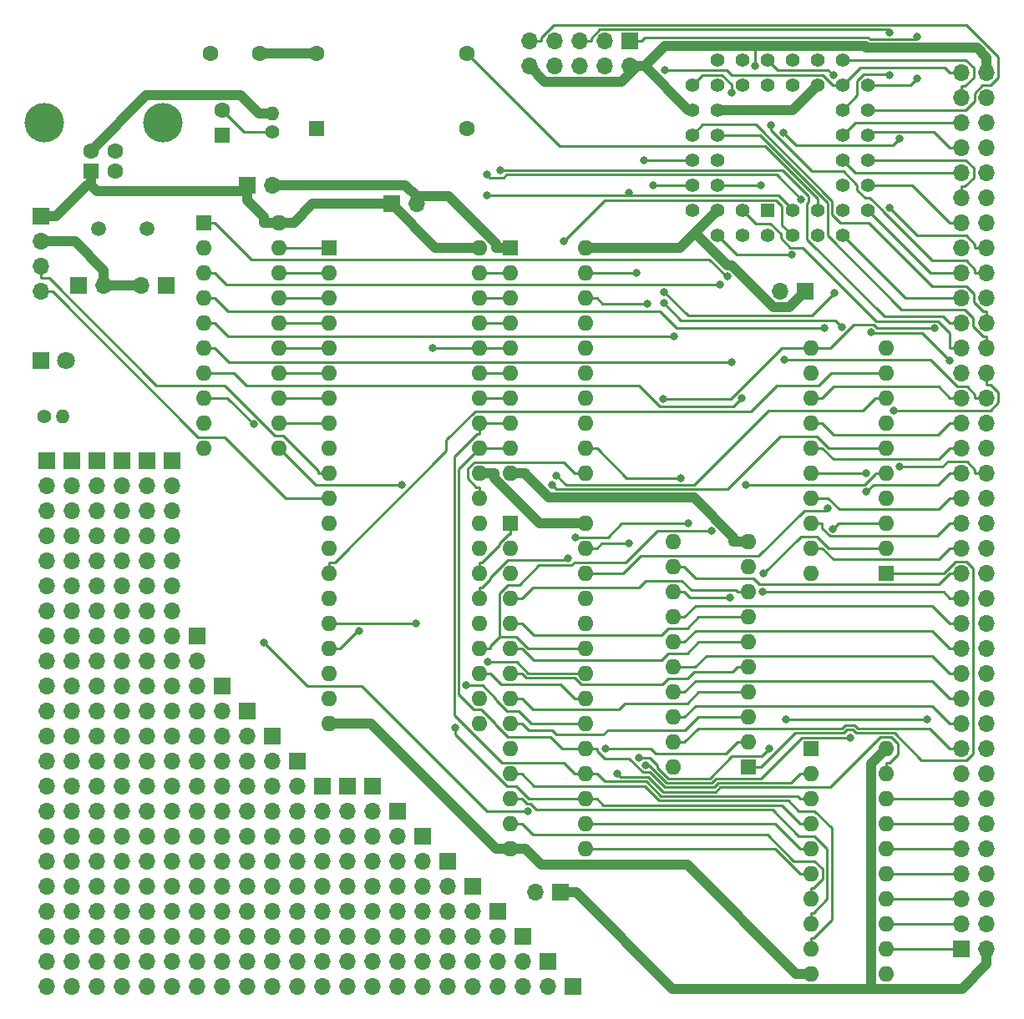
<source format=gbr>
%TF.GenerationSoftware,KiCad,Pcbnew,(6.0.1)*%
%TF.CreationDate,2023-05-10T08:42:28+02:00*%
%TF.ProjectId,VT100_MCU,56543130-305f-44d4-9355-2e6b69636164,rev?*%
%TF.SameCoordinates,Original*%
%TF.FileFunction,Copper,L1,Top*%
%TF.FilePolarity,Positive*%
%FSLAX46Y46*%
G04 Gerber Fmt 4.6, Leading zero omitted, Abs format (unit mm)*
G04 Created by KiCad (PCBNEW (6.0.1)) date 2023-05-10 08:42:28*
%MOMM*%
%LPD*%
G01*
G04 APERTURE LIST*
%TA.AperFunction,ComponentPad*%
%ADD10R,1.700000X1.700000*%
%TD*%
%TA.AperFunction,ComponentPad*%
%ADD11O,1.700000X1.700000*%
%TD*%
%TA.AperFunction,ComponentPad*%
%ADD12R,1.600000X1.600000*%
%TD*%
%TA.AperFunction,ComponentPad*%
%ADD13O,1.600000X1.600000*%
%TD*%
%TA.AperFunction,ComponentPad*%
%ADD14R,1.800000X1.800000*%
%TD*%
%TA.AperFunction,ComponentPad*%
%ADD15C,1.800000*%
%TD*%
%TA.AperFunction,ComponentPad*%
%ADD16C,1.600000*%
%TD*%
%TA.AperFunction,ComponentPad*%
%ADD17C,1.400000*%
%TD*%
%TA.AperFunction,ComponentPad*%
%ADD18O,1.400000X1.400000*%
%TD*%
%TA.AperFunction,ComponentPad*%
%ADD19C,1.500000*%
%TD*%
%TA.AperFunction,ComponentPad*%
%ADD20R,1.422400X1.422400*%
%TD*%
%TA.AperFunction,ComponentPad*%
%ADD21C,1.422400*%
%TD*%
%TA.AperFunction,ComponentPad*%
%ADD22C,4.000000*%
%TD*%
%TA.AperFunction,ViaPad*%
%ADD23C,0.800000*%
%TD*%
%TA.AperFunction,Conductor*%
%ADD24C,1.000000*%
%TD*%
%TA.AperFunction,Conductor*%
%ADD25C,0.250000*%
%TD*%
G04 APERTURE END LIST*
D10*
%TO.P,REF\u002A\u002A,1*%
%TO.N,N/C*%
X45085000Y-89535000D03*
D11*
%TO.P,REF\u002A\u002A,2*%
X45085000Y-92075000D03*
%TO.P,REF\u002A\u002A,3*%
X45085000Y-94615000D03*
%TO.P,REF\u002A\u002A,4*%
X45085000Y-97155000D03*
%TO.P,REF\u002A\u002A,5*%
X45085000Y-99695000D03*
%TO.P,REF\u002A\u002A,6*%
X45085000Y-102235000D03*
%TO.P,REF\u002A\u002A,7*%
X45085000Y-104775000D03*
%TO.P,REF\u002A\u002A,8*%
X45085000Y-107315000D03*
%TO.P,REF\u002A\u002A,9*%
X45085000Y-109855000D03*
%TO.P,REF\u002A\u002A,10*%
X45085000Y-112395000D03*
%TD*%
D10*
%TO.P,REF\u002A\u002A,1*%
%TO.N,N/C*%
X73025000Y-112395000D03*
%TD*%
D12*
%TO.P,U2,1,OE*%
%TO.N,GND*%
X66695000Y-37480000D03*
D13*
%TO.P,U2,2,D0*%
%TO.N,/D0*%
X66695000Y-40020000D03*
%TO.P,U2,3,D1*%
%TO.N,/D1*%
X66695000Y-42560000D03*
%TO.P,U2,4,D2*%
%TO.N,/D2*%
X66695000Y-45100000D03*
%TO.P,U2,5,D3*%
%TO.N,/D3*%
X66695000Y-47640000D03*
%TO.P,U2,6,D4*%
%TO.N,/D4*%
X66695000Y-50180000D03*
%TO.P,U2,7,D5*%
%TO.N,/D5*%
X66695000Y-52720000D03*
%TO.P,U2,8,D6*%
%TO.N,/D6*%
X66695000Y-55260000D03*
%TO.P,U2,9,D7*%
%TO.N,/D7*%
X66695000Y-57800000D03*
%TO.P,U2,10,GND*%
%TO.N,GND*%
X66695000Y-60340000D03*
%TO.P,U2,11,Load*%
%TO.N,Net-(U1-Pad30)*%
X74315000Y-60340000D03*
%TO.P,U2,12,Q7*%
%TO.N,/A7*%
X74315000Y-57800000D03*
%TO.P,U2,13,Q6*%
%TO.N,/A6*%
X74315000Y-55260000D03*
%TO.P,U2,14,Q5*%
%TO.N,/A5*%
X74315000Y-52720000D03*
%TO.P,U2,15,Q4*%
%TO.N,/A4*%
X74315000Y-50180000D03*
%TO.P,U2,16,Q3*%
%TO.N,/A3*%
X74315000Y-47640000D03*
%TO.P,U2,17,Q2*%
%TO.N,/A2*%
X74315000Y-45100000D03*
%TO.P,U2,18,Q1*%
%TO.N,/A1*%
X74315000Y-42560000D03*
%TO.P,U2,19,Q0*%
%TO.N,/A0*%
X74315000Y-40020000D03*
%TO.P,U2,20,VCC*%
%TO.N,+5V*%
X74315000Y-37480000D03*
%TD*%
D10*
%TO.P,C1,1*%
%TO.N,Net-(C1-Pad1)*%
X31750000Y-41275000D03*
D11*
%TO.P,C1,2*%
%TO.N,GND*%
X29210000Y-41275000D03*
%TD*%
D14*
%TO.P,D1,1,K*%
%TO.N,GND*%
X19050000Y-48895000D03*
D15*
%TO.P,D1,2,A*%
%TO.N,Net-(D1-Pad2)*%
X21590000Y-48895000D03*
%TD*%
D10*
%TO.P,REF\u002A\u002A,1*%
%TO.N,N/C*%
X19685000Y-59055000D03*
D11*
%TO.P,REF\u002A\u002A,2*%
X19685000Y-61595000D03*
%TO.P,REF\u002A\u002A,3*%
X19685000Y-64135000D03*
%TO.P,REF\u002A\u002A,4*%
X19685000Y-66675000D03*
%TO.P,REF\u002A\u002A,5*%
X19685000Y-69215000D03*
%TO.P,REF\u002A\u002A,6*%
X19685000Y-71755000D03*
%TO.P,REF\u002A\u002A,7*%
X19685000Y-74295000D03*
%TO.P,REF\u002A\u002A,8*%
X19685000Y-76835000D03*
%TO.P,REF\u002A\u002A,9*%
X19685000Y-79375000D03*
%TO.P,REF\u002A\u002A,10*%
X19685000Y-81915000D03*
%TO.P,REF\u002A\u002A,11*%
X19685000Y-84455000D03*
%TO.P,REF\u002A\u002A,12*%
X19685000Y-86995000D03*
%TO.P,REF\u002A\u002A,13*%
X19685000Y-89535000D03*
%TO.P,REF\u002A\u002A,14*%
X19685000Y-92075000D03*
%TO.P,REF\u002A\u002A,15*%
X19685000Y-94615000D03*
%TO.P,REF\u002A\u002A,16*%
X19685000Y-97155000D03*
%TO.P,REF\u002A\u002A,17*%
X19685000Y-99695000D03*
%TO.P,REF\u002A\u002A,18*%
X19685000Y-102235000D03*
%TO.P,REF\u002A\u002A,19*%
X19685000Y-104775000D03*
%TO.P,REF\u002A\u002A,20*%
X19685000Y-107315000D03*
%TO.P,REF\u002A\u002A,21*%
X19685000Y-109855000D03*
%TO.P,REF\u002A\u002A,22*%
X19685000Y-112395000D03*
%TD*%
D12*
%TO.P,X1,1,NC*%
%TO.N,unconnected-(X1-Pad1)*%
X46990000Y-25400000D03*
D16*
%TO.P,X1,7,GND*%
%TO.N,GND*%
X62230000Y-25400000D03*
%TO.P,X1,8,OUT*%
%TO.N,PixClk*%
X62230000Y-17780000D03*
%TO.P,X1,14,Vcc*%
%TO.N,+5V*%
X46990000Y-17780000D03*
%TD*%
D10*
%TO.P,REF\u002A\u002A,1*%
%TO.N,N/C*%
X32385000Y-59055000D03*
D11*
%TO.P,REF\u002A\u002A,2*%
X32385000Y-61595000D03*
%TO.P,REF\u002A\u002A,3*%
X32385000Y-64135000D03*
%TO.P,REF\u002A\u002A,4*%
X32385000Y-66675000D03*
%TO.P,REF\u002A\u002A,5*%
X32385000Y-69215000D03*
%TO.P,REF\u002A\u002A,6*%
X32385000Y-71755000D03*
%TO.P,REF\u002A\u002A,7*%
X32385000Y-74295000D03*
%TO.P,REF\u002A\u002A,8*%
X32385000Y-76835000D03*
%TO.P,REF\u002A\u002A,9*%
X32385000Y-79375000D03*
%TO.P,REF\u002A\u002A,10*%
X32385000Y-81915000D03*
%TO.P,REF\u002A\u002A,11*%
X32385000Y-84455000D03*
%TO.P,REF\u002A\u002A,12*%
X32385000Y-86995000D03*
%TO.P,REF\u002A\u002A,13*%
X32385000Y-89535000D03*
%TO.P,REF\u002A\u002A,14*%
X32385000Y-92075000D03*
%TO.P,REF\u002A\u002A,15*%
X32385000Y-94615000D03*
%TO.P,REF\u002A\u002A,16*%
X32385000Y-97155000D03*
%TO.P,REF\u002A\u002A,17*%
X32385000Y-99695000D03*
%TO.P,REF\u002A\u002A,18*%
X32385000Y-102235000D03*
%TO.P,REF\u002A\u002A,19*%
X32385000Y-104775000D03*
%TO.P,REF\u002A\u002A,20*%
X32385000Y-107315000D03*
%TO.P,REF\u002A\u002A,21*%
X32385000Y-109855000D03*
%TO.P,REF\u002A\u002A,22*%
X32385000Y-112395000D03*
%TD*%
D10*
%TO.P,C6,1*%
%TO.N,+5V*%
X40000000Y-31115000D03*
D11*
%TO.P,C6,2*%
%TO.N,GND*%
X42540000Y-31115000D03*
%TD*%
D10*
%TO.P,REF\u002A\u002A,1*%
%TO.N,N/C*%
X47625000Y-92075000D03*
D11*
%TO.P,REF\u002A\u002A,2*%
X47625000Y-94615000D03*
%TO.P,REF\u002A\u002A,3*%
X47625000Y-97155000D03*
%TO.P,REF\u002A\u002A,4*%
X47625000Y-99695000D03*
%TO.P,REF\u002A\u002A,5*%
X47625000Y-102235000D03*
%TO.P,REF\u002A\u002A,6*%
X47625000Y-104775000D03*
%TO.P,REF\u002A\u002A,7*%
X47625000Y-107315000D03*
%TO.P,REF\u002A\u002A,8*%
X47625000Y-109855000D03*
%TO.P,REF\u002A\u002A,9*%
X47625000Y-112395000D03*
%TD*%
D10*
%TO.P,REF\u002A\u002A,1*%
%TO.N,N/C*%
X24765000Y-59055000D03*
D11*
%TO.P,REF\u002A\u002A,2*%
X24765000Y-61595000D03*
%TO.P,REF\u002A\u002A,3*%
X24765000Y-64135000D03*
%TO.P,REF\u002A\u002A,4*%
X24765000Y-66675000D03*
%TO.P,REF\u002A\u002A,5*%
X24765000Y-69215000D03*
%TO.P,REF\u002A\u002A,6*%
X24765000Y-71755000D03*
%TO.P,REF\u002A\u002A,7*%
X24765000Y-74295000D03*
%TO.P,REF\u002A\u002A,8*%
X24765000Y-76835000D03*
%TO.P,REF\u002A\u002A,9*%
X24765000Y-79375000D03*
%TO.P,REF\u002A\u002A,10*%
X24765000Y-81915000D03*
%TO.P,REF\u002A\u002A,11*%
X24765000Y-84455000D03*
%TO.P,REF\u002A\u002A,12*%
X24765000Y-86995000D03*
%TO.P,REF\u002A\u002A,13*%
X24765000Y-89535000D03*
%TO.P,REF\u002A\u002A,14*%
X24765000Y-92075000D03*
%TO.P,REF\u002A\u002A,15*%
X24765000Y-94615000D03*
%TO.P,REF\u002A\u002A,16*%
X24765000Y-97155000D03*
%TO.P,REF\u002A\u002A,17*%
X24765000Y-99695000D03*
%TO.P,REF\u002A\u002A,18*%
X24765000Y-102235000D03*
%TO.P,REF\u002A\u002A,19*%
X24765000Y-104775000D03*
%TO.P,REF\u002A\u002A,20*%
X24765000Y-107315000D03*
%TO.P,REF\u002A\u002A,21*%
X24765000Y-109855000D03*
%TO.P,REF\u002A\u002A,22*%
X24765000Y-112395000D03*
%TD*%
D17*
%TO.P,R1,1*%
%TO.N,Net-(C2-Pad2)*%
X42545000Y-25734900D03*
D18*
%TO.P,R1,2*%
%TO.N,GND*%
X42545000Y-23834900D03*
%TD*%
D12*
%TO.P,U8,1,OE*%
%TO.N,Net-(U6-Pad12)*%
X35580000Y-34940000D03*
D13*
%TO.P,U8,2,D0*%
%TO.N,/GD0*%
X35580000Y-37480000D03*
%TO.P,U8,3,D1*%
%TO.N,/GD1*%
X35580000Y-40020000D03*
%TO.P,U8,4,D2*%
%TO.N,/GD2*%
X35580000Y-42560000D03*
%TO.P,U8,5,D3*%
%TO.N,/GD3*%
X35580000Y-45100000D03*
%TO.P,U8,6,D4*%
%TO.N,/GD4*%
X35580000Y-47640000D03*
%TO.P,U8,7,D5*%
%TO.N,/GD5*%
X35580000Y-50180000D03*
%TO.P,U8,8,D6*%
%TO.N,/GD6*%
X35580000Y-52720000D03*
%TO.P,U8,9,D7*%
%TO.N,/GD7*%
X35580000Y-55260000D03*
%TO.P,U8,10,GND*%
%TO.N,GND*%
X35580000Y-57800000D03*
%TO.P,U8,11,Load*%
%TO.N,LOADDAT*%
X43200000Y-57800000D03*
%TO.P,U8,12,Q7*%
%TO.N,/P1.7*%
X43200000Y-55260000D03*
%TO.P,U8,13,Q6*%
%TO.N,/P1.6*%
X43200000Y-52720000D03*
%TO.P,U8,14,Q5*%
%TO.N,/P1.5*%
X43200000Y-50180000D03*
%TO.P,U8,15,Q4*%
%TO.N,/P1.4*%
X43200000Y-47640000D03*
%TO.P,U8,16,Q3*%
%TO.N,/P1.3*%
X43200000Y-45100000D03*
%TO.P,U8,17,Q2*%
%TO.N,/P1.2*%
X43200000Y-42560000D03*
%TO.P,U8,18,Q1*%
%TO.N,/P1.1*%
X43200000Y-40020000D03*
%TO.P,U8,19,Q0*%
%TO.N,/P1.0*%
X43200000Y-37480000D03*
%TO.P,U8,20,VCC*%
%TO.N,+5V*%
X43200000Y-34940000D03*
%TD*%
D12*
%TO.P,C2,1*%
%TO.N,+5V*%
X37465000Y-26035000D03*
D16*
%TO.P,C2,2*%
%TO.N,Net-(C2-Pad2)*%
X37465000Y-23535000D03*
%TD*%
D17*
%TO.P,R2,1*%
%TO.N,+5V*%
X19415000Y-54610000D03*
D18*
%TO.P,R2,2*%
%TO.N,Net-(D1-Pad2)*%
X21315000Y-54610000D03*
%TD*%
D10*
%TO.P,C7,1*%
%TO.N,+5V*%
X71770000Y-102880000D03*
D11*
%TO.P,C7,2*%
%TO.N,GND*%
X69230000Y-102880000D03*
%TD*%
D10*
%TO.P,REF\u002A\u002A,1*%
%TO.N,N/C*%
X22225000Y-59055000D03*
D11*
%TO.P,REF\u002A\u002A,2*%
X22225000Y-61595000D03*
%TO.P,REF\u002A\u002A,3*%
X22225000Y-64135000D03*
%TO.P,REF\u002A\u002A,4*%
X22225000Y-66675000D03*
%TO.P,REF\u002A\u002A,5*%
X22225000Y-69215000D03*
%TO.P,REF\u002A\u002A,6*%
X22225000Y-71755000D03*
%TO.P,REF\u002A\u002A,7*%
X22225000Y-74295000D03*
%TO.P,REF\u002A\u002A,8*%
X22225000Y-76835000D03*
%TO.P,REF\u002A\u002A,9*%
X22225000Y-79375000D03*
%TO.P,REF\u002A\u002A,10*%
X22225000Y-81915000D03*
%TO.P,REF\u002A\u002A,11*%
X22225000Y-84455000D03*
%TO.P,REF\u002A\u002A,12*%
X22225000Y-86995000D03*
%TO.P,REF\u002A\u002A,13*%
X22225000Y-89535000D03*
%TO.P,REF\u002A\u002A,14*%
X22225000Y-92075000D03*
%TO.P,REF\u002A\u002A,15*%
X22225000Y-94615000D03*
%TO.P,REF\u002A\u002A,16*%
X22225000Y-97155000D03*
%TO.P,REF\u002A\u002A,17*%
X22225000Y-99695000D03*
%TO.P,REF\u002A\u002A,18*%
X22225000Y-102235000D03*
%TO.P,REF\u002A\u002A,19*%
X22225000Y-104775000D03*
%TO.P,REF\u002A\u002A,20*%
X22225000Y-107315000D03*
%TO.P,REF\u002A\u002A,21*%
X22225000Y-109855000D03*
%TO.P,REF\u002A\u002A,22*%
X22225000Y-112395000D03*
%TD*%
D12*
%TO.P,U1,1,P1.0(T2)*%
%TO.N,/P1.0*%
X48270000Y-37475000D03*
D13*
%TO.P,U1,2,P1.1(T2_EX)*%
%TO.N,/P1.1*%
X48270000Y-40015000D03*
%TO.P,U1,3,P1.2*%
%TO.N,/P1.2*%
X48270000Y-42555000D03*
%TO.P,U1,4,P1.3*%
%TO.N,/P1.3*%
X48270000Y-45095000D03*
%TO.P,U1,5,P1.4*%
%TO.N,/P1.4*%
X48270000Y-47635000D03*
%TO.P,U1,6,P1.5(MOSI)*%
%TO.N,/P1.5*%
X48270000Y-50175000D03*
%TO.P,U1,7,P1.6(MISO)*%
%TO.N,/P1.6*%
X48270000Y-52715000D03*
%TO.P,U1,8,P1.7(SCK)*%
%TO.N,/P1.7*%
X48270000Y-55255000D03*
%TO.P,U1,9,RST*%
%TO.N,Net-(C2-Pad2)*%
X48270000Y-57795000D03*
%TO.P,U1,10,P3.0(RXD)*%
%TO.N,RXD*%
X48270000Y-60335000D03*
%TO.P,U1,11,P3.1(TXD)*%
%TO.N,TXD*%
X48270000Y-62875000D03*
%TO.P,U1,12,P3.2(\u002AINT0)*%
%TO.N,Charset*%
X48270000Y-65415000D03*
%TO.P,U1,13,P3.3(\u002AINT1)*%
%TO.N,Screen*%
X48270000Y-67955000D03*
%TO.P,U1,14,P3.4(T0)*%
%TO.N,T0*%
X48270000Y-70495000D03*
%TO.P,U1,15,P3.5(T1)*%
%TO.N,T1*%
X48270000Y-73035000D03*
%TO.P,U1,16,P3.6(\u002AWR)*%
%TO.N,WR\u005C*%
X48270000Y-75575000D03*
%TO.P,U1,17,P3.7(\u002ARD)*%
%TO.N,RD\u005C*%
X48270000Y-78115000D03*
%TO.P,U1,18,XTAL2*%
%TO.N,Net-(C1-Pad1)*%
X48270000Y-80655000D03*
%TO.P,U1,19,XTAL1*%
%TO.N,Net-(C3-Pad1)*%
X48270000Y-83195000D03*
%TO.P,U1,20,GND*%
%TO.N,GND*%
X48270000Y-85735000D03*
%TO.P,U1,21,P2.0(A8)*%
%TO.N,/A8*%
X63510000Y-85735000D03*
%TO.P,U1,22,P2.1(A9)*%
%TO.N,/A9*%
X63510000Y-83195000D03*
%TO.P,U1,23,P2.2(A10)*%
%TO.N,/A10*%
X63510000Y-80655000D03*
%TO.P,U1,24,P2.3(A11)*%
%TO.N,/A11*%
X63510000Y-78115000D03*
%TO.P,U1,25,P2.4(A12)*%
%TO.N,/A12*%
X63510000Y-75575000D03*
%TO.P,U1,26,P2.5(A13)*%
%TO.N,/A13*%
X63510000Y-73035000D03*
%TO.P,U1,27,P2.6(A14)*%
%TO.N,/A14*%
X63510000Y-70495000D03*
%TO.P,U1,28,P2.7(A15)*%
%TO.N,/A15*%
X63510000Y-67955000D03*
%TO.P,U1,29,\u002APSEN*%
%TO.N,Net-(U1-Pad29)*%
X63510000Y-65415000D03*
%TO.P,U1,30,ALE/\u002APROG*%
%TO.N,Net-(U1-Pad30)*%
X63510000Y-62875000D03*
%TO.P,U1,31,\u002AEA/VPP*%
%TO.N,+5V*%
X63510000Y-60335000D03*
%TO.P,U1,32,P0.7(AD7)*%
%TO.N,/D7*%
X63510000Y-57795000D03*
%TO.P,U1,33,P0.6(AD6)*%
%TO.N,/D6*%
X63510000Y-55255000D03*
%TO.P,U1,34,P0.5(AD5)*%
%TO.N,/D5*%
X63510000Y-52715000D03*
%TO.P,U1,35,P0.4(AD4)*%
%TO.N,/D4*%
X63510000Y-50175000D03*
%TO.P,U1,36,P0.3(AD3)*%
%TO.N,/D3*%
X63510000Y-47635000D03*
%TO.P,U1,37,P0.2(AD2)*%
%TO.N,/D2*%
X63510000Y-45095000D03*
%TO.P,U1,38,P0.1(AD1)*%
%TO.N,/D1*%
X63510000Y-42555000D03*
%TO.P,U1,39,P0.0(AD0)*%
%TO.N,/D0*%
X63510000Y-40015000D03*
%TO.P,U1,40,VCC*%
%TO.N,+5V*%
X63510000Y-37475000D03*
%TD*%
D10*
%TO.P,REF\u002A\u002A,1*%
%TO.N,N/C*%
X67945000Y-107315000D03*
D11*
%TO.P,REF\u002A\u002A,2*%
X67945000Y-109855000D03*
%TO.P,REF\u002A\u002A,3*%
X67945000Y-112395000D03*
%TD*%
D10*
%TO.P,REF\u002A\u002A,1*%
%TO.N,N/C*%
X29845000Y-59055000D03*
D11*
%TO.P,REF\u002A\u002A,2*%
X29845000Y-61595000D03*
%TO.P,REF\u002A\u002A,3*%
X29845000Y-64135000D03*
%TO.P,REF\u002A\u002A,4*%
X29845000Y-66675000D03*
%TO.P,REF\u002A\u002A,5*%
X29845000Y-69215000D03*
%TO.P,REF\u002A\u002A,6*%
X29845000Y-71755000D03*
%TO.P,REF\u002A\u002A,7*%
X29845000Y-74295000D03*
%TO.P,REF\u002A\u002A,8*%
X29845000Y-76835000D03*
%TO.P,REF\u002A\u002A,9*%
X29845000Y-79375000D03*
%TO.P,REF\u002A\u002A,10*%
X29845000Y-81915000D03*
%TO.P,REF\u002A\u002A,11*%
X29845000Y-84455000D03*
%TO.P,REF\u002A\u002A,12*%
X29845000Y-86995000D03*
%TO.P,REF\u002A\u002A,13*%
X29845000Y-89535000D03*
%TO.P,REF\u002A\u002A,14*%
X29845000Y-92075000D03*
%TO.P,REF\u002A\u002A,15*%
X29845000Y-94615000D03*
%TO.P,REF\u002A\u002A,16*%
X29845000Y-97155000D03*
%TO.P,REF\u002A\u002A,17*%
X29845000Y-99695000D03*
%TO.P,REF\u002A\u002A,18*%
X29845000Y-102235000D03*
%TO.P,REF\u002A\u002A,19*%
X29845000Y-104775000D03*
%TO.P,REF\u002A\u002A,20*%
X29845000Y-107315000D03*
%TO.P,REF\u002A\u002A,21*%
X29845000Y-109855000D03*
%TO.P,REF\u002A\u002A,22*%
X29845000Y-112395000D03*
%TD*%
D10*
%TO.P,REF\u002A\u002A,1*%
%TO.N,N/C*%
X27305000Y-59055000D03*
D11*
%TO.P,REF\u002A\u002A,2*%
X27305000Y-61595000D03*
%TO.P,REF\u002A\u002A,3*%
X27305000Y-64135000D03*
%TO.P,REF\u002A\u002A,4*%
X27305000Y-66675000D03*
%TO.P,REF\u002A\u002A,5*%
X27305000Y-69215000D03*
%TO.P,REF\u002A\u002A,6*%
X27305000Y-71755000D03*
%TO.P,REF\u002A\u002A,7*%
X27305000Y-74295000D03*
%TO.P,REF\u002A\u002A,8*%
X27305000Y-76835000D03*
%TO.P,REF\u002A\u002A,9*%
X27305000Y-79375000D03*
%TO.P,REF\u002A\u002A,10*%
X27305000Y-81915000D03*
%TO.P,REF\u002A\u002A,11*%
X27305000Y-84455000D03*
%TO.P,REF\u002A\u002A,12*%
X27305000Y-86995000D03*
%TO.P,REF\u002A\u002A,13*%
X27305000Y-89535000D03*
%TO.P,REF\u002A\u002A,14*%
X27305000Y-92075000D03*
%TO.P,REF\u002A\u002A,15*%
X27305000Y-94615000D03*
%TO.P,REF\u002A\u002A,16*%
X27305000Y-97155000D03*
%TO.P,REF\u002A\u002A,17*%
X27305000Y-99695000D03*
%TO.P,REF\u002A\u002A,18*%
X27305000Y-102235000D03*
%TO.P,REF\u002A\u002A,19*%
X27305000Y-104775000D03*
%TO.P,REF\u002A\u002A,20*%
X27305000Y-107315000D03*
%TO.P,REF\u002A\u002A,21*%
X27305000Y-109855000D03*
%TO.P,REF\u002A\u002A,22*%
X27305000Y-112395000D03*
%TD*%
D10*
%TO.P,J2,1,Pin_1*%
%TO.N,TCK*%
X78740000Y-16510000D03*
D11*
%TO.P,J2,2,Pin_2*%
%TO.N,GND*%
X78740000Y-19050000D03*
%TO.P,J2,3,Pin_3*%
%TO.N,TDO*%
X76200000Y-16510000D03*
%TO.P,J2,4,Pin_4*%
%TO.N,+5V*%
X76200000Y-19050000D03*
%TO.P,J2,5,Pin_5*%
%TO.N,TMS*%
X73660000Y-16510000D03*
%TO.P,J2,6,Pin_6*%
%TO.N,unconnected-(J2-Pad6)*%
X73660000Y-19050000D03*
%TO.P,J2,7,Pin_7*%
%TO.N,unconnected-(J2-Pad7)*%
X71120000Y-16510000D03*
%TO.P,J2,8,Pin_8*%
%TO.N,unconnected-(J2-Pad8)*%
X71120000Y-19050000D03*
%TO.P,J2,9,Pin_9*%
%TO.N,TDI*%
X68580000Y-16510000D03*
%TO.P,J2,10,Pin_10*%
%TO.N,GND*%
X68580000Y-19050000D03*
%TD*%
D19*
%TO.P,Crystal1,1,1*%
%TO.N,Net-(C1-Pad1)*%
X29840000Y-35560000D03*
%TO.P,Crystal1,2,2*%
%TO.N,Net-(C3-Pad1)*%
X24940000Y-35560000D03*
%TD*%
D10*
%TO.P,REF\u002A\u002A,1*%
%TO.N,N/C*%
X62865000Y-102235000D03*
D11*
%TO.P,REF\u002A\u002A,2*%
X62865000Y-104775000D03*
%TO.P,REF\u002A\u002A,3*%
X62865000Y-107315000D03*
%TO.P,REF\u002A\u002A,4*%
X62865000Y-109855000D03*
%TO.P,REF\u002A\u002A,5*%
X62865000Y-112395000D03*
%TD*%
D10*
%TO.P,REF\u002A\u002A,1*%
%TO.N,N/C*%
X65405000Y-104775000D03*
D11*
%TO.P,REF\u002A\u002A,2*%
X65405000Y-107315000D03*
%TO.P,REF\u002A\u002A,3*%
X65405000Y-109855000D03*
%TO.P,REF\u002A\u002A,4*%
X65405000Y-112395000D03*
%TD*%
D10*
%TO.P,REF\u002A\u002A,1*%
%TO.N,N/C*%
X50165000Y-92075000D03*
D11*
%TO.P,REF\u002A\u002A,2*%
X50165000Y-94615000D03*
%TO.P,REF\u002A\u002A,3*%
X50165000Y-97155000D03*
%TO.P,REF\u002A\u002A,4*%
X50165000Y-99695000D03*
%TO.P,REF\u002A\u002A,5*%
X50165000Y-102235000D03*
%TO.P,REF\u002A\u002A,6*%
X50165000Y-104775000D03*
%TO.P,REF\u002A\u002A,7*%
X50165000Y-107315000D03*
%TO.P,REF\u002A\u002A,8*%
X50165000Y-109855000D03*
%TO.P,REF\u002A\u002A,9*%
X50165000Y-112395000D03*
%TD*%
D10*
%TO.P,C4,1*%
%TO.N,+5V*%
X96535000Y-41920000D03*
D11*
%TO.P,C4,2*%
%TO.N,GND*%
X93995000Y-41920000D03*
%TD*%
D10*
%TO.P,REF\u002A\u002A,1*%
%TO.N,N/C*%
X70485000Y-109855000D03*
D11*
%TO.P,REF\u002A\u002A,2*%
X70485000Y-112395000D03*
%TD*%
D10*
%TO.P,C5,1*%
%TO.N,+5V*%
X54610000Y-33020000D03*
D11*
%TO.P,C5,2*%
%TO.N,GND*%
X57150000Y-33020000D03*
%TD*%
D12*
%TO.P,U5,1,OE*%
%TO.N,OE_ADR*%
X90795000Y-90165000D03*
D13*
%TO.P,U5,2,D0*%
%TO.N,/A0*%
X90795000Y-87625000D03*
%TO.P,U5,3,D1*%
%TO.N,/A1*%
X90795000Y-85085000D03*
%TO.P,U5,4,D2*%
%TO.N,/A2*%
X90795000Y-82545000D03*
%TO.P,U5,5,D3*%
%TO.N,/A3*%
X90795000Y-80005000D03*
%TO.P,U5,6,D4*%
%TO.N,/A4*%
X90795000Y-77465000D03*
%TO.P,U5,7,D5*%
%TO.N,/A5*%
X90795000Y-74925000D03*
%TO.P,U5,8,D6*%
%TO.N,/A6*%
X90795000Y-72385000D03*
%TO.P,U5,9,D7*%
%TO.N,/A7*%
X90795000Y-69845000D03*
%TO.P,U5,10,GND*%
%TO.N,GND*%
X90795000Y-67305000D03*
%TO.P,U5,11,Load*%
%TO.N,LOADAD*%
X83175000Y-67305000D03*
%TO.P,U5,12,Q7*%
%TO.N,/GA7*%
X83175000Y-69845000D03*
%TO.P,U5,13,Q6*%
%TO.N,/GA6*%
X83175000Y-72385000D03*
%TO.P,U5,14,Q5*%
%TO.N,/GA5*%
X83175000Y-74925000D03*
%TO.P,U5,15,Q4*%
%TO.N,/GA4*%
X83175000Y-77465000D03*
%TO.P,U5,16,Q3*%
%TO.N,/GA3*%
X83175000Y-80005000D03*
%TO.P,U5,17,Q2*%
%TO.N,/GA2*%
X83175000Y-82545000D03*
%TO.P,U5,18,Q1*%
%TO.N,/GA1*%
X83175000Y-85085000D03*
%TO.P,U5,19,Q0*%
%TO.N,/GA0*%
X83175000Y-87625000D03*
%TO.P,U5,20,VCC*%
%TO.N,+5V*%
X83175000Y-90165000D03*
%TD*%
D10*
%TO.P,REF\u002A\u002A,1*%
%TO.N,N/C*%
X60325000Y-99695000D03*
D11*
%TO.P,REF\u002A\u002A,2*%
X60325000Y-102235000D03*
%TO.P,REF\u002A\u002A,3*%
X60325000Y-104775000D03*
%TO.P,REF\u002A\u002A,4*%
X60325000Y-107315000D03*
%TO.P,REF\u002A\u002A,5*%
X60325000Y-109855000D03*
%TO.P,REF\u002A\u002A,6*%
X60325000Y-112395000D03*
%TD*%
D10*
%TO.P,REF\u002A\u002A,1*%
%TO.N,N/C*%
X57785000Y-97155000D03*
D11*
%TO.P,REF\u002A\u002A,2*%
X57785000Y-99695000D03*
%TO.P,REF\u002A\u002A,3*%
X57785000Y-102235000D03*
%TO.P,REF\u002A\u002A,4*%
X57785000Y-104775000D03*
%TO.P,REF\u002A\u002A,5*%
X57785000Y-107315000D03*
%TO.P,REF\u002A\u002A,6*%
X57785000Y-109855000D03*
%TO.P,REF\u002A\u002A,7*%
X57785000Y-112395000D03*
%TD*%
D20*
%TO.P,U3,1,M1*%
%TO.N,HSYNC*%
X92710000Y-33655000D03*
D21*
%TO.P,U3,2,M1*%
%TO.N,/A15*%
X95250000Y-36195000D03*
%TO.P,U3,3,M2*%
%TO.N,WR\u005C*%
X95250000Y-33655000D03*
%TO.P,U3,4,M4*%
%TO.N,unconnected-(U3-Pad4)*%
X97790000Y-36195000D03*
%TO.P,U3,5,I/O/GCK1*%
%TO.N,PixClk*%
X97790000Y-33655000D03*
%TO.P,U3,6,I/O/GCK2*%
%TO.N,LOADDAT*%
X100330000Y-36195000D03*
%TO.P,U3,7,I/O/GCK3*%
%TO.N,LoadCol*%
X102870000Y-33655000D03*
%TO.P,U3,8,M6*%
%TO.N,LOADAD*%
X100330000Y-33655000D03*
%TO.P,U3,9,M8*%
%TO.N,CCLK*%
X102870000Y-31115000D03*
%TO.P,U3,10,GND*%
%TO.N,GND*%
X100330000Y-31115000D03*
%TO.P,U3,11,M9*%
%TO.N,DE*%
X102870000Y-28575000D03*
%TO.P,U3,12,M10*%
%TO.N,HS*%
X100330000Y-28575000D03*
%TO.P,U3,13,M11*%
%TO.N,VS*%
X102870000Y-26035000D03*
%TO.P,U3,14,M12*%
%TO.N,LoadSr*%
X100330000Y-26035000D03*
%TO.P,U3,15,TDI*%
%TO.N,TDI*%
X102870000Y-23495000D03*
%TO.P,U3,16,TMS*%
%TO.N,TMS*%
X100330000Y-23495000D03*
%TO.P,U3,17,TCK*%
%TO.N,TCK*%
X102870000Y-20955000D03*
%TO.P,U3,18,M13*%
%TO.N,CRTCOE*%
X100330000Y-18415000D03*
%TO.P,U3,19,M14*%
%TO.N,GWE\u005C*%
X100330000Y-20955000D03*
%TO.P,U3,20,M15*%
%TO.N,LOADCHR*%
X97790000Y-18415000D03*
%TO.P,U3,21,VCC*%
%TO.N,+5V*%
X97790000Y-20955000D03*
%TO.P,U3,22,M16*%
%TO.N,CHAROE*%
X95250000Y-18415000D03*
%TO.P,U3,23,GND*%
%TO.N,GND*%
X95250000Y-20955000D03*
%TO.P,U3,24,M17*%
%TO.N,COLOR*%
X92710000Y-18415000D03*
%TO.P,U3,25,M17*%
%TO.N,/Dummy11*%
X92710000Y-20955000D03*
%TO.P,U3,26,M16*%
%TO.N,/Dummy10*%
X90170000Y-18415000D03*
%TO.P,U3,27,M15*%
%TO.N,/Dummy9*%
X90170000Y-20955000D03*
%TO.P,U3,28,M14*%
%TO.N,/Dummy8*%
X87630000Y-18415000D03*
%TO.P,U3,29,M13*%
%TO.N,/Dummy7*%
X85090000Y-20955000D03*
%TO.P,U3,30,TDO*%
%TO.N,TDO*%
X87630000Y-20955000D03*
%TO.P,U3,31,GND*%
%TO.N,GND*%
X85090000Y-23495000D03*
%TO.P,U3,32,VCCIO*%
%TO.N,+5V*%
X87630000Y-23495000D03*
%TO.P,U3,33,M12*%
%TO.N,/Dummy6*%
X85090000Y-26035000D03*
%TO.P,U3,34,M11*%
%TO.N,/Dummy5*%
X87630000Y-26035000D03*
%TO.P,U3,35,M10*%
%TO.N,/Dummy4*%
X85090000Y-28575000D03*
%TO.P,U3,36,M9*%
%TO.N,/Dummy3*%
X87630000Y-28575000D03*
%TO.P,U3,37,M8*%
%TO.N,/Dummy2*%
X85090000Y-31115000D03*
%TO.P,U3,38,M7*%
%TO.N,/Dummy1*%
X87630000Y-31115000D03*
%TO.P,U3,39,I/O/GSR*%
%TO.N,/Dummy0*%
X85090000Y-33655000D03*
%TO.P,U3,40,I/O/GTS2*%
%TO.N,LoadSr*%
X87630000Y-36195000D03*
%TO.P,U3,41,VCC*%
%TO.N,+5V*%
X87630000Y-33655000D03*
%TO.P,U3,42,I/O/GTS1*%
%TO.N,LoadCharline*%
X90170000Y-36195000D03*
%TO.P,U3,43,M4*%
%TO.N,PixClkO*%
X90170000Y-33655000D03*
%TO.P,U3,44,M2*%
%TO.N,VSYNC*%
X92710000Y-36195000D03*
%TD*%
D10*
%TO.P,REF\u002A\u002A,1*%
%TO.N,N/C*%
X42545000Y-86995000D03*
D11*
%TO.P,REF\u002A\u002A,2*%
X42545000Y-89535000D03*
%TO.P,REF\u002A\u002A,3*%
X42545000Y-92075000D03*
%TO.P,REF\u002A\u002A,4*%
X42545000Y-94615000D03*
%TO.P,REF\u002A\u002A,5*%
X42545000Y-97155000D03*
%TO.P,REF\u002A\u002A,6*%
X42545000Y-99695000D03*
%TO.P,REF\u002A\u002A,7*%
X42545000Y-102235000D03*
%TO.P,REF\u002A\u002A,8*%
X42545000Y-104775000D03*
%TO.P,REF\u002A\u002A,9*%
X42545000Y-107315000D03*
%TO.P,REF\u002A\u002A,10*%
X42545000Y-109855000D03*
%TO.P,REF\u002A\u002A,11*%
X42545000Y-112395000D03*
%TD*%
D12*
%TO.P,U7,1,OE*%
%TO.N,GWE\u005C*%
X97155000Y-88265000D03*
D13*
%TO.P,U7,2,D0*%
%TO.N,/D7*%
X97155000Y-90805000D03*
%TO.P,U7,3,D1*%
%TO.N,/D6*%
X97155000Y-93345000D03*
%TO.P,U7,4,D2*%
%TO.N,/D5*%
X97155000Y-95885000D03*
%TO.P,U7,5,D3*%
%TO.N,/D4*%
X97155000Y-98425000D03*
%TO.P,U7,6,D4*%
%TO.N,/D3*%
X97155000Y-100965000D03*
%TO.P,U7,7,D5*%
%TO.N,/D2*%
X97155000Y-103505000D03*
%TO.P,U7,8,D6*%
%TO.N,/D1*%
X97155000Y-106045000D03*
%TO.P,U7,9,D7*%
%TO.N,/D0*%
X97155000Y-108585000D03*
%TO.P,U7,10,GND*%
%TO.N,GND*%
X97155000Y-111125000D03*
%TO.P,U7,11,Load*%
%TO.N,LOADAD*%
X104775000Y-111125000D03*
%TO.P,U7,12,Q7*%
%TO.N,/GD0*%
X104775000Y-108585000D03*
%TO.P,U7,13,Q6*%
%TO.N,/GD1*%
X104775000Y-106045000D03*
%TO.P,U7,14,Q5*%
%TO.N,/GD2*%
X104775000Y-103505000D03*
%TO.P,U7,15,Q4*%
%TO.N,/GD3*%
X104775000Y-100965000D03*
%TO.P,U7,16,Q3*%
%TO.N,/GD4*%
X104775000Y-98425000D03*
%TO.P,U7,17,Q2*%
%TO.N,/GD5*%
X104775000Y-95885000D03*
%TO.P,U7,18,Q1*%
%TO.N,/GD6*%
X104775000Y-93345000D03*
%TO.P,U7,19,Q0*%
%TO.N,/GD7*%
X104775000Y-90805000D03*
%TO.P,U7,20,VCC*%
%TO.N,+5V*%
X104775000Y-88265000D03*
%TD*%
D10*
%TO.P,REF\u002A\u002A,1*%
%TO.N,N/C*%
X40005000Y-84455000D03*
D11*
%TO.P,REF\u002A\u002A,2*%
X40005000Y-86995000D03*
%TO.P,REF\u002A\u002A,3*%
X40005000Y-89535000D03*
%TO.P,REF\u002A\u002A,4*%
X40005000Y-92075000D03*
%TO.P,REF\u002A\u002A,5*%
X40005000Y-94615000D03*
%TO.P,REF\u002A\u002A,6*%
X40005000Y-97155000D03*
%TO.P,REF\u002A\u002A,7*%
X40005000Y-99695000D03*
%TO.P,REF\u002A\u002A,8*%
X40005000Y-102235000D03*
%TO.P,REF\u002A\u002A,9*%
X40005000Y-104775000D03*
%TO.P,REF\u002A\u002A,10*%
X40005000Y-107315000D03*
%TO.P,REF\u002A\u002A,11*%
X40005000Y-109855000D03*
%TO.P,REF\u002A\u002A,12*%
X40005000Y-112395000D03*
%TD*%
D12*
%TO.P,U4,1,A14*%
%TO.N,/A14*%
X66685000Y-65415000D03*
D13*
%TO.P,U4,2,A12*%
%TO.N,/A12*%
X66685000Y-67955000D03*
%TO.P,U4,3,A7*%
%TO.N,/A7*%
X66685000Y-70495000D03*
%TO.P,U4,4,A6*%
%TO.N,/A6*%
X66685000Y-73035000D03*
%TO.P,U4,5,A5*%
%TO.N,/A5*%
X66685000Y-75575000D03*
%TO.P,U4,6,A4*%
%TO.N,/A4*%
X66685000Y-78115000D03*
%TO.P,U4,7,A3*%
%TO.N,/A3*%
X66685000Y-80655000D03*
%TO.P,U4,8,A2*%
%TO.N,/A2*%
X66685000Y-83195000D03*
%TO.P,U4,9,A1*%
%TO.N,/A1*%
X66685000Y-85735000D03*
%TO.P,U4,10,A0*%
%TO.N,/A0*%
X66685000Y-88275000D03*
%TO.P,U4,11,D0*%
%TO.N,/D0*%
X66685000Y-90815000D03*
%TO.P,U4,12,D1*%
%TO.N,/D1*%
X66685000Y-93355000D03*
%TO.P,U4,13,D2*%
%TO.N,/D2*%
X66685000Y-95895000D03*
%TO.P,U4,14,GND*%
%TO.N,GND*%
X66685000Y-98435000D03*
%TO.P,U4,15,D3*%
%TO.N,/D3*%
X74305000Y-98435000D03*
%TO.P,U4,16,D4*%
%TO.N,/D4*%
X74305000Y-95895000D03*
%TO.P,U4,17,D5*%
%TO.N,/D5*%
X74305000Y-93355000D03*
%TO.P,U4,18,D6*%
%TO.N,/D6*%
X74305000Y-90815000D03*
%TO.P,U4,19,D7*%
%TO.N,/D7*%
X74305000Y-88275000D03*
%TO.P,U4,20,~{CE}*%
%TO.N,/A15*%
X74305000Y-85735000D03*
%TO.P,U4,21,A10*%
%TO.N,/A10*%
X74305000Y-83195000D03*
%TO.P,U4,22,~{OE}*%
%TO.N,Net-(U1-Pad29)*%
X74305000Y-80655000D03*
%TO.P,U4,23,A11*%
%TO.N,/A11*%
X74305000Y-78115000D03*
%TO.P,U4,24,A9*%
%TO.N,/A9*%
X74305000Y-75575000D03*
%TO.P,U4,25,A8*%
%TO.N,/A8*%
X74305000Y-73035000D03*
%TO.P,U4,26,A13*%
%TO.N,/A13*%
X74305000Y-70495000D03*
%TO.P,U4,27,~{WE}*%
%TO.N,WR\u005C*%
X74305000Y-67955000D03*
%TO.P,U4,28,VCC*%
%TO.N,+5V*%
X74305000Y-65415000D03*
%TD*%
D16*
%TO.P,SW1,1,1*%
%TO.N,Net-(C2-Pad2)*%
X36235000Y-17780000D03*
%TO.P,SW1,2,2*%
%TO.N,+5V*%
X41235000Y-17780000D03*
%TD*%
D12*
%TO.P,U6,1,OE*%
%TO.N,OE_ADR*%
X104765000Y-70485000D03*
D13*
%TO.P,U6,2,D0*%
%TO.N,/A8*%
X104765000Y-67945000D03*
%TO.P,U6,3,D1*%
%TO.N,/A9*%
X104765000Y-65405000D03*
%TO.P,U6,4,D2*%
%TO.N,/A10*%
X104765000Y-62865000D03*
%TO.P,U6,5,D3*%
%TO.N,/A11*%
X104765000Y-60325000D03*
%TO.P,U6,6,D4*%
%TO.N,/A12*%
X104765000Y-57785000D03*
%TO.P,U6,7,D5*%
%TO.N,/A13*%
X104765000Y-55245000D03*
%TO.P,U6,8,D6*%
%TO.N,/A14*%
X104765000Y-52705000D03*
%TO.P,U6,9,D7*%
%TO.N,T0*%
X104765000Y-50165000D03*
%TO.P,U6,10,GND*%
%TO.N,GND*%
X104765000Y-47625000D03*
%TO.P,U6,11,Load*%
%TO.N,LOADAD*%
X97145000Y-47625000D03*
%TO.P,U6,12,Q7*%
%TO.N,Net-(U6-Pad12)*%
X97145000Y-50165000D03*
%TO.P,U6,13,Q6*%
%TO.N,/GA14*%
X97145000Y-52705000D03*
%TO.P,U6,14,Q5*%
%TO.N,/GA13*%
X97145000Y-55245000D03*
%TO.P,U6,15,Q4*%
%TO.N,/GA12*%
X97145000Y-57785000D03*
%TO.P,U6,16,Q3*%
%TO.N,/GA11*%
X97145000Y-60325000D03*
%TO.P,U6,17,Q2*%
%TO.N,/GA10*%
X97145000Y-62865000D03*
%TO.P,U6,18,Q1*%
%TO.N,/GA9*%
X97145000Y-65405000D03*
%TO.P,U6,19,Q0*%
%TO.N,/GA8*%
X97145000Y-67945000D03*
%TO.P,U6,20,VCC*%
%TO.N,+5V*%
X97145000Y-70485000D03*
%TD*%
D10*
%TO.P,J3,1,Pin_1*%
%TO.N,+5V*%
X19050000Y-34300000D03*
D11*
%TO.P,J3,2,Pin_2*%
%TO.N,GND*%
X19050000Y-36840000D03*
%TO.P,J3,3,Pin_3*%
%TO.N,RXD*%
X19050000Y-39380000D03*
%TO.P,J3,4,Pin_4*%
%TO.N,TXD*%
X19050000Y-41920000D03*
%TD*%
D10*
%TO.P,REF\u002A\u002A,1*%
%TO.N,N/C*%
X55245000Y-94615000D03*
D11*
%TO.P,REF\u002A\u002A,2*%
X55245000Y-97155000D03*
%TO.P,REF\u002A\u002A,3*%
X55245000Y-99695000D03*
%TO.P,REF\u002A\u002A,4*%
X55245000Y-102235000D03*
%TO.P,REF\u002A\u002A,5*%
X55245000Y-104775000D03*
%TO.P,REF\u002A\u002A,6*%
X55245000Y-107315000D03*
%TO.P,REF\u002A\u002A,7*%
X55245000Y-109855000D03*
%TO.P,REF\u002A\u002A,8*%
X55245000Y-112395000D03*
%TD*%
D10*
%TO.P,C3,1*%
%TO.N,Net-(C3-Pad1)*%
X22855000Y-41275000D03*
D11*
%TO.P,C3,2*%
%TO.N,GND*%
X25395000Y-41275000D03*
%TD*%
D10*
%TO.P,REF\u002A\u002A,1*%
%TO.N,N/C*%
X52705000Y-92075000D03*
D11*
%TO.P,REF\u002A\u002A,2*%
X52705000Y-94615000D03*
%TO.P,REF\u002A\u002A,3*%
X52705000Y-97155000D03*
%TO.P,REF\u002A\u002A,4*%
X52705000Y-99695000D03*
%TO.P,REF\u002A\u002A,5*%
X52705000Y-102235000D03*
%TO.P,REF\u002A\u002A,6*%
X52705000Y-104775000D03*
%TO.P,REF\u002A\u002A,7*%
X52705000Y-107315000D03*
%TO.P,REF\u002A\u002A,8*%
X52705000Y-109855000D03*
%TO.P,REF\u002A\u002A,9*%
X52705000Y-112395000D03*
%TD*%
D10*
%TO.P,J4,1,Pin_1*%
%TO.N,/GD0*%
X112395000Y-108585000D03*
D11*
%TO.P,J4,2,Pin_2*%
%TO.N,+5V*%
X114935000Y-108585000D03*
%TO.P,J4,3,Pin_3*%
%TO.N,/GD1*%
X112395000Y-106045000D03*
%TO.P,J4,4,Pin_4*%
%TO.N,+5V*%
X114935000Y-106045000D03*
%TO.P,J4,5,Pin_5*%
%TO.N,/GD2*%
X112395000Y-103505000D03*
%TO.P,J4,6,Pin_6*%
%TO.N,unconnected-(J4-Pad6)*%
X114935000Y-103505000D03*
%TO.P,J4,7,Pin_7*%
%TO.N,/GD3*%
X112395000Y-100965000D03*
%TO.P,J4,8,Pin_8*%
%TO.N,unconnected-(J4-Pad8)*%
X114935000Y-100965000D03*
%TO.P,J4,9,Pin_9*%
%TO.N,/GD4*%
X112395000Y-98425000D03*
%TO.P,J4,10,Pin_10*%
%TO.N,unconnected-(J4-Pad10)*%
X114935000Y-98425000D03*
%TO.P,J4,11,Pin_11*%
%TO.N,/GD5*%
X112395000Y-95885000D03*
%TO.P,J4,12,Pin_12*%
%TO.N,unconnected-(J4-Pad12)*%
X114935000Y-95885000D03*
%TO.P,J4,13,Pin_13*%
%TO.N,/GD6*%
X112395000Y-93345000D03*
%TO.P,J4,14,Pin_14*%
%TO.N,unconnected-(J4-Pad14)*%
X114935000Y-93345000D03*
%TO.P,J4,15,Pin_15*%
%TO.N,/GD7*%
X112395000Y-90805000D03*
%TO.P,J4,16,Pin_16*%
%TO.N,unconnected-(J4-Pad16)*%
X114935000Y-90805000D03*
%TO.P,J4,17,Pin_17*%
%TO.N,/GA0*%
X112395000Y-88265000D03*
%TO.P,J4,18,Pin_18*%
%TO.N,unconnected-(J4-Pad18)*%
X114935000Y-88265000D03*
%TO.P,J4,19,Pin_19*%
%TO.N,/GA1*%
X112395000Y-85725000D03*
%TO.P,J4,20,Pin_20*%
%TO.N,unconnected-(J4-Pad20)*%
X114935000Y-85725000D03*
%TO.P,J4,21,Pin_21*%
%TO.N,/GA2*%
X112395000Y-83185000D03*
%TO.P,J4,22,Pin_22*%
%TO.N,unconnected-(J4-Pad22)*%
X114935000Y-83185000D03*
%TO.P,J4,23,Pin_23*%
%TO.N,/GA3*%
X112395000Y-80645000D03*
%TO.P,J4,24,Pin_24*%
%TO.N,unconnected-(J4-Pad24)*%
X114935000Y-80645000D03*
%TO.P,J4,25,Pin_25*%
%TO.N,/GA4*%
X112395000Y-78105000D03*
%TO.P,J4,26,Pin_26*%
%TO.N,unconnected-(J4-Pad26)*%
X114935000Y-78105000D03*
%TO.P,J4,27,Pin_27*%
%TO.N,/GA5*%
X112395000Y-75565000D03*
%TO.P,J4,28,Pin_28*%
%TO.N,unconnected-(J4-Pad28)*%
X114935000Y-75565000D03*
%TO.P,J4,29,Pin_29*%
%TO.N,/GA6*%
X112395000Y-73025000D03*
%TO.P,J4,30,Pin_30*%
%TO.N,unconnected-(J4-Pad30)*%
X114935000Y-73025000D03*
%TO.P,J4,31,Pin_31*%
%TO.N,/GA7*%
X112395000Y-70485000D03*
%TO.P,J4,32,Pin_32*%
%TO.N,HSYNC*%
X114935000Y-70485000D03*
%TO.P,J4,33,Pin_33*%
%TO.N,/GA8*%
X112395000Y-67945000D03*
%TO.P,J4,34,Pin_34*%
%TO.N,VSYNC*%
X114935000Y-67945000D03*
%TO.P,J4,35,Pin_35*%
%TO.N,/GA9*%
X112395000Y-65405000D03*
%TO.P,J4,36,Pin_36*%
%TO.N,LoadCharline*%
X114935000Y-65405000D03*
%TO.P,J4,37,Pin_37*%
%TO.N,/GA10*%
X112395000Y-62865000D03*
%TO.P,J4,38,Pin_38*%
%TO.N,LoadSr*%
X114935000Y-62865000D03*
%TO.P,J4,39,Pin_39*%
%TO.N,/GA11*%
X112395000Y-60325000D03*
%TO.P,J4,40,Pin_40*%
%TO.N,/Dummy0*%
X114935000Y-60325000D03*
%TO.P,J4,41,Pin_41*%
%TO.N,/GA12*%
X112395000Y-57785000D03*
%TO.P,J4,42,Pin_42*%
%TO.N,/Dummy1*%
X114935000Y-57785000D03*
%TO.P,J4,43,Pin_43*%
%TO.N,/GA13*%
X112395000Y-55245000D03*
%TO.P,J4,44,Pin_44*%
%TO.N,/Dummy2*%
X114935000Y-55245000D03*
%TO.P,J4,45,Pin_45*%
%TO.N,/GA14*%
X112395000Y-52705000D03*
%TO.P,J4,46,Pin_46*%
%TO.N,/Dummy3*%
X114935000Y-52705000D03*
%TO.P,J4,47,Pin_47*%
%TO.N,WR\u005C*%
X112395000Y-50165000D03*
%TO.P,J4,48,Pin_48*%
%TO.N,/Dummy4*%
X114935000Y-50165000D03*
%TO.P,J4,49,Pin_49*%
%TO.N,PixClkO*%
X112395000Y-47625000D03*
%TO.P,J4,50,Pin_50*%
%TO.N,/Dummy5*%
X114935000Y-47625000D03*
%TO.P,J4,51,Pin_51*%
%TO.N,RD\u005C*%
X112395000Y-45085000D03*
%TO.P,J4,52,Pin_52*%
%TO.N,/Dummy6*%
X114935000Y-45085000D03*
%TO.P,J4,53,Pin_53*%
%TO.N,LOADDAT*%
X112395000Y-42545000D03*
%TO.P,J4,54,Pin_54*%
%TO.N,/Dummy7*%
X114935000Y-42545000D03*
%TO.P,J4,55,Pin_55*%
%TO.N,LoadCol*%
X112395000Y-40005000D03*
%TO.P,J4,56,Pin_56*%
%TO.N,/Dummy8*%
X114935000Y-40005000D03*
%TO.P,J4,57,Pin_57*%
%TO.N,LOADAD*%
X112395000Y-37465000D03*
%TO.P,J4,58,Pin_58*%
%TO.N,/Dummy9*%
X114935000Y-37465000D03*
%TO.P,J4,59,Pin_59*%
%TO.N,CCLK*%
X112395000Y-34925000D03*
%TO.P,J4,60,Pin_60*%
%TO.N,/Dummy10*%
X114935000Y-34925000D03*
%TO.P,J4,61,Pin_61*%
%TO.N,DE*%
X112395000Y-32385000D03*
%TO.P,J4,62,Pin_62*%
%TO.N,/Dummy11*%
X114935000Y-32385000D03*
%TO.P,J4,63,Pin_63*%
%TO.N,HS*%
X112395000Y-29845000D03*
%TO.P,J4,64,Pin_64*%
%TO.N,COLOR*%
X114935000Y-29845000D03*
%TO.P,J4,65,Pin_65*%
%TO.N,VS*%
X112395000Y-27305000D03*
%TO.P,J4,66,Pin_66*%
%TO.N,CHAROE*%
X114935000Y-27305000D03*
%TO.P,J4,67,Pin_67*%
%TO.N,LoadSr*%
X112395000Y-24765000D03*
%TO.P,J4,68,Pin_68*%
%TO.N,LOADCHR*%
X114935000Y-24765000D03*
%TO.P,J4,69,Pin_69*%
%TO.N,CRTCOE*%
X112395000Y-22225000D03*
%TO.P,J4,70,Pin_70*%
%TO.N,GND*%
X114935000Y-22225000D03*
%TO.P,J4,71,Pin_71*%
%TO.N,GWE\u005C*%
X112395000Y-19685000D03*
%TO.P,J4,72,Pin_72*%
%TO.N,GND*%
X114935000Y-19685000D03*
%TD*%
D10*
%TO.P,REF\u002A\u002A,1*%
%TO.N,N/C*%
X34925000Y-76835000D03*
D11*
%TO.P,REF\u002A\u002A,2*%
X34925000Y-79375000D03*
%TO.P,REF\u002A\u002A,3*%
X34925000Y-81915000D03*
%TO.P,REF\u002A\u002A,4*%
X34925000Y-84455000D03*
%TO.P,REF\u002A\u002A,5*%
X34925000Y-86995000D03*
%TO.P,REF\u002A\u002A,6*%
X34925000Y-89535000D03*
%TO.P,REF\u002A\u002A,7*%
X34925000Y-92075000D03*
%TO.P,REF\u002A\u002A,8*%
X34925000Y-94615000D03*
%TO.P,REF\u002A\u002A,9*%
X34925000Y-97155000D03*
%TO.P,REF\u002A\u002A,10*%
X34925000Y-99695000D03*
%TO.P,REF\u002A\u002A,11*%
X34925000Y-102235000D03*
%TO.P,REF\u002A\u002A,12*%
X34925000Y-104775000D03*
%TO.P,REF\u002A\u002A,13*%
X34925000Y-107315000D03*
%TO.P,REF\u002A\u002A,14*%
X34925000Y-109855000D03*
%TO.P,REF\u002A\u002A,15*%
X34925000Y-112395000D03*
%TD*%
D10*
%TO.P,REF\u002A\u002A,1*%
%TO.N,N/C*%
X37465000Y-81915000D03*
D11*
%TO.P,REF\u002A\u002A,2*%
X37465000Y-84455000D03*
%TO.P,REF\u002A\u002A,3*%
X37465000Y-86995000D03*
%TO.P,REF\u002A\u002A,4*%
X37465000Y-89535000D03*
%TO.P,REF\u002A\u002A,5*%
X37465000Y-92075000D03*
%TO.P,REF\u002A\u002A,6*%
X37465000Y-94615000D03*
%TO.P,REF\u002A\u002A,7*%
X37465000Y-97155000D03*
%TO.P,REF\u002A\u002A,8*%
X37465000Y-99695000D03*
%TO.P,REF\u002A\u002A,9*%
X37465000Y-102235000D03*
%TO.P,REF\u002A\u002A,10*%
X37465000Y-104775000D03*
%TO.P,REF\u002A\u002A,11*%
X37465000Y-107315000D03*
%TO.P,REF\u002A\u002A,12*%
X37465000Y-109855000D03*
%TO.P,REF\u002A\u002A,13*%
X37465000Y-112395000D03*
%TD*%
D12*
%TO.P,J1,1,VBUS*%
%TO.N,+5V*%
X24150000Y-29647500D03*
D16*
%TO.P,J1,2,D-*%
%TO.N,unconnected-(J1-Pad2)*%
X26650000Y-29647500D03*
%TO.P,J1,3,D+*%
%TO.N,unconnected-(J1-Pad3)*%
X26650000Y-27647500D03*
%TO.P,J1,4,GND*%
%TO.N,GND*%
X24150000Y-27647500D03*
D22*
%TO.P,J1,5,Shield*%
%TO.N,unconnected-(J1-Pad5)*%
X19400000Y-24787500D03*
X31400000Y-24787500D03*
%TD*%
D23*
%TO.N,GND*%
X91440000Y-19050000D03*
%TO.N,WR\u005C*%
X78722700Y-31871300D03*
X64280100Y-32159900D03*
X57080900Y-75575000D03*
X78722700Y-67477800D03*
%TO.N,RD\u005C*%
X65675500Y-29611600D03*
X51297200Y-76315400D03*
%TO.N,/A8*%
X84673100Y-65431200D03*
X92347600Y-70531600D03*
X73287200Y-66829800D03*
%TO.N,/A9*%
X101095000Y-87139800D03*
X99366700Y-65976500D03*
X80406700Y-89935100D03*
%TO.N,/A10*%
X79668900Y-89187400D03*
X94583200Y-85335800D03*
X92921300Y-88242500D03*
X108868000Y-85335800D03*
%TO.N,/A11*%
X87079000Y-66165400D03*
X90495800Y-61490200D03*
%TO.N,/A12*%
X70857500Y-61534200D03*
%TO.N,/A13*%
X98866600Y-63926100D03*
X72540100Y-68965500D03*
%TO.N,/A14*%
X71354900Y-60592600D03*
%TO.N,/A15*%
X62208800Y-81880900D03*
X72069000Y-36773900D03*
%TO.N,Net-(U1-Pad29)*%
X64351000Y-79502700D03*
%TO.N,/D5*%
X61084900Y-86190100D03*
%TO.N,/D3*%
X58782700Y-47635000D03*
%TO.N,/A7*%
X83938900Y-60809100D03*
%TO.N,/A1*%
X80567800Y-43108100D03*
%TO.N,/A0*%
X79451200Y-40020000D03*
X76286300Y-88242300D03*
%TO.N,LOADAD*%
X82187200Y-52801000D03*
X109668000Y-45612900D03*
%TO.N,/GA6*%
X88914900Y-72944400D03*
X92218200Y-72393600D03*
%TO.N,/GA11*%
X102720000Y-60325000D03*
X102720000Y-62230800D03*
%TO.N,GWE\u005C*%
X82346100Y-19468600D03*
%TO.N,/GD7*%
X41703000Y-77507200D03*
X68396600Y-94610900D03*
X77529600Y-90848500D03*
%TO.N,/GD6*%
X40632200Y-55378400D03*
%TO.N,/GD5*%
X90115100Y-52713700D03*
%TO.N,/GD4*%
X89092400Y-49048500D03*
%TO.N,/GD3*%
X83246200Y-46467600D03*
%TO.N,/GD2*%
X98490300Y-45585400D03*
%TO.N,/GD1*%
X87942100Y-41210600D03*
%TO.N,LOADDAT*%
X96149500Y-32530700D03*
X55694400Y-61531000D03*
X64275200Y-30061700D03*
%TO.N,LoadSr*%
X95205600Y-38170700D03*
%TO.N,TMS*%
X105097000Y-15598300D03*
X105097000Y-19938300D03*
%TO.N,TCK*%
X107910000Y-20293200D03*
X107910000Y-16045800D03*
%TO.N,COLOR*%
X99389300Y-19982900D03*
%TO.N,Net-(U6-Pad12)*%
X88676600Y-40365800D03*
%TO.N,/Dummy0*%
X106084000Y-59651300D03*
%TO.N,/Dummy1*%
X92075200Y-31115000D03*
%TO.N,/Dummy2*%
X82266100Y-41935700D03*
X103207000Y-46006200D03*
X111208000Y-48891300D03*
X99527800Y-42047100D03*
X81136900Y-31115000D03*
%TO.N,/Dummy3*%
X94450400Y-48808300D03*
%TO.N,/Dummy4*%
X80208900Y-28575000D03*
X82253400Y-43095400D03*
X100239000Y-45481100D03*
X105482000Y-53975000D03*
%TO.N,/Dummy7*%
X89072600Y-21720000D03*
%TO.N,/Dummy8*%
X93072000Y-25029200D03*
%TO.N,/Dummy9*%
X105106000Y-33437200D03*
%TO.N,/Dummy11*%
X106118000Y-26406400D03*
X94333100Y-25768100D03*
%TD*%
D24*
%TO.N,GND*%
X56020100Y-31115000D02*
X57150000Y-32244900D01*
X90795000Y-67305000D02*
X89294900Y-67305000D01*
X69791800Y-100042000D02*
X84571600Y-100042000D01*
X29776900Y-22020600D02*
X24150000Y-27647500D01*
X84735100Y-23495000D02*
X85090000Y-23495000D01*
X78740000Y-19050000D02*
X79515100Y-19050000D01*
X22510100Y-36840000D02*
X19050000Y-36840000D01*
X114935000Y-18134900D02*
X114935000Y-19685000D01*
X60428600Y-32244900D02*
X65194900Y-37011200D01*
X85278700Y-62809400D02*
X70554500Y-62809400D01*
X102620000Y-17002100D02*
X102766000Y-17148500D01*
X80290100Y-19050000D02*
X84735100Y-23495000D01*
X39330600Y-22020600D02*
X29776900Y-22020600D01*
X84571600Y-100042000D02*
X95654900Y-111125000D01*
D25*
X91440000Y-17145000D02*
X91582900Y-17002100D01*
D24*
X89294900Y-67305000D02*
X89294900Y-66825600D01*
X70554500Y-62809400D02*
X68195100Y-60450000D01*
X52484900Y-85735000D02*
X48270000Y-85735000D01*
X42540000Y-31115000D02*
X56020100Y-31115000D01*
X65194900Y-37011200D02*
X65194900Y-37480000D01*
X77958900Y-20606200D02*
X70136200Y-20606200D01*
X80290100Y-19050000D02*
X82338000Y-17002100D01*
X79515100Y-19050000D02*
X77958900Y-20606200D01*
X66685000Y-98435000D02*
X68185100Y-98435000D01*
X70136200Y-20606200D02*
X68580000Y-19050000D01*
X68195100Y-60340000D02*
X66695000Y-60340000D01*
X65184900Y-98435000D02*
X52484900Y-85735000D01*
X82338000Y-17002100D02*
X91582900Y-17002100D01*
X57150000Y-32244900D02*
X60428600Y-32244900D01*
X42545000Y-23834900D02*
X41144900Y-23834900D01*
X66685000Y-98435000D02*
X65184900Y-98435000D01*
X91582900Y-17002100D02*
X102620000Y-17002100D01*
X29210000Y-41275000D02*
X25395000Y-41275000D01*
X41144900Y-23834900D02*
X39330600Y-22020600D01*
X25395000Y-41275000D02*
X25395000Y-39724900D01*
D25*
X91440000Y-19050000D02*
X91440000Y-17145000D01*
D24*
X65194900Y-37480000D02*
X66695000Y-37480000D01*
X68185100Y-98435000D02*
X69791800Y-100042000D01*
X68195100Y-60450000D02*
X68195100Y-60340000D01*
X89294900Y-66825600D02*
X85278700Y-62809400D01*
X25395000Y-39724900D02*
X22510100Y-36840000D01*
X95654900Y-111125000D02*
X97155000Y-111125000D01*
X79515100Y-19050000D02*
X80290100Y-19050000D01*
X57150000Y-33020000D02*
X57150000Y-32244900D01*
X102766000Y-17148500D02*
X113949000Y-17148500D01*
X113949000Y-17148500D02*
X114935000Y-18134900D01*
%TO.N,+5V*%
X69621300Y-65415000D02*
X74305000Y-65415000D01*
X43200000Y-34940000D02*
X44700100Y-34940000D01*
X83074800Y-112635000D02*
X73320100Y-102880000D01*
X63510000Y-37475000D02*
X59065000Y-37475000D01*
X89132300Y-39265700D02*
X88655000Y-39265700D01*
X85337200Y-35947800D02*
X83805000Y-37480000D01*
X40000000Y-32665100D02*
X40000000Y-31713200D01*
X95250000Y-23495000D02*
X97790000Y-20955000D01*
X103272000Y-112635000D02*
X103272000Y-89767800D01*
X65010100Y-60335000D02*
X65010100Y-60803800D01*
X114935000Y-108585000D02*
X114935000Y-110135000D01*
X41699900Y-34940000D02*
X41699900Y-34365000D01*
X46990000Y-17780000D02*
X41235000Y-17780000D01*
X93351100Y-43484500D02*
X89132300Y-39265700D01*
X73320100Y-102880000D02*
X71770000Y-102880000D01*
X94970500Y-43484500D02*
X93351100Y-43484500D01*
X87630000Y-33655000D02*
X85337200Y-35947800D01*
X41699900Y-34365000D02*
X40000000Y-32665100D01*
X103272000Y-89767800D02*
X104775000Y-88265000D01*
X114935000Y-110135000D02*
X112435000Y-112635000D01*
X112435000Y-112635000D02*
X103272000Y-112635000D01*
X23752500Y-31147600D02*
X24150000Y-31147600D01*
X43200000Y-34940000D02*
X41699900Y-34940000D01*
X19050000Y-34300000D02*
X20600100Y-34300000D01*
X24715600Y-31713200D02*
X24150000Y-31147600D01*
X63510000Y-60335000D02*
X65010100Y-60335000D01*
X83805000Y-37480000D02*
X74315000Y-37480000D01*
X103272000Y-112635000D02*
X83074800Y-112635000D01*
X59065000Y-37475000D02*
X54610000Y-33020000D01*
X44700100Y-34940000D02*
X46620100Y-33020000D01*
X96535000Y-41920000D02*
X94970500Y-43484500D01*
X40000000Y-31115000D02*
X40000000Y-31713200D01*
X87630000Y-23495000D02*
X95250000Y-23495000D01*
X88655000Y-39265700D02*
X85337200Y-35947800D01*
X20600100Y-34300000D02*
X23752500Y-31147600D01*
X24150000Y-29647500D02*
X24150000Y-31147600D01*
X65010100Y-60803800D02*
X69621300Y-65415000D01*
X40000000Y-31713200D02*
X24715600Y-31713200D01*
X46620100Y-33020000D02*
X54610000Y-33020000D01*
D25*
%TO.N,Net-(C2-Pad2)*%
X42545000Y-25734900D02*
X39664900Y-25734900D01*
X39664900Y-25734900D02*
X37465000Y-23535000D01*
%TO.N,RXD*%
X19899200Y-40555100D02*
X19050000Y-40555100D01*
X47144900Y-60053700D02*
X43621200Y-56530000D01*
X42809300Y-56530000D02*
X37729300Y-51450000D01*
X48270000Y-60335000D02*
X47144900Y-60335000D01*
X30794100Y-51450000D02*
X19899200Y-40555100D01*
X19050000Y-40555100D02*
X19050000Y-39380000D01*
X43621200Y-56530000D02*
X42809300Y-56530000D01*
X47144900Y-60335000D02*
X47144900Y-60053700D01*
X37729300Y-51450000D02*
X30794100Y-51450000D01*
%TO.N,TXD*%
X19050000Y-41920000D02*
X20225100Y-41920000D01*
X20225100Y-41920000D02*
X34979900Y-56674800D01*
X34979900Y-56674800D02*
X37721200Y-56674800D01*
X43921400Y-62875000D02*
X48270000Y-62875000D01*
X37721200Y-56674800D02*
X43921400Y-62875000D01*
%TO.N,/P1.0*%
X47144900Y-37475000D02*
X47139900Y-37480000D01*
X47139900Y-37480000D02*
X43200000Y-37480000D01*
X48270000Y-37475000D02*
X47144900Y-37475000D01*
%TO.N,/P1.1*%
X47144900Y-40015000D02*
X47139900Y-40020000D01*
X48270000Y-40015000D02*
X47144900Y-40015000D01*
X47139900Y-40020000D02*
X43200000Y-40020000D01*
%TO.N,/P1.2*%
X47144900Y-42555000D02*
X47139900Y-42560000D01*
X48270000Y-42555000D02*
X47144900Y-42555000D01*
X47139900Y-42560000D02*
X43200000Y-42560000D01*
%TO.N,/P1.3*%
X47139900Y-45100000D02*
X43200000Y-45100000D01*
X47144900Y-45095000D02*
X47139900Y-45100000D01*
X48270000Y-45095000D02*
X47144900Y-45095000D01*
%TO.N,/P1.4*%
X47139900Y-47640000D02*
X43200000Y-47640000D01*
X47144900Y-47635000D02*
X47139900Y-47640000D01*
X48270000Y-47635000D02*
X47144900Y-47635000D01*
%TO.N,/P1.5*%
X48270000Y-50175000D02*
X47144900Y-50175000D01*
X47139900Y-50180000D02*
X43200000Y-50180000D01*
X47144900Y-50175000D02*
X47139900Y-50180000D01*
%TO.N,/P1.6*%
X47144900Y-52715000D02*
X47139900Y-52720000D01*
X48270000Y-52715000D02*
X47144900Y-52715000D01*
X47139900Y-52720000D02*
X43200000Y-52720000D01*
%TO.N,/P1.7*%
X48270000Y-55255000D02*
X47144900Y-55255000D01*
X47144900Y-55255000D02*
X47139900Y-55260000D01*
X47139900Y-55260000D02*
X43200000Y-55260000D01*
%TO.N,T0*%
X63061300Y-54108100D02*
X91019700Y-54108100D01*
X97943500Y-51435000D02*
X99213500Y-50165000D01*
X48885300Y-69369900D02*
X60179600Y-58075600D01*
X99213500Y-50165000D02*
X104765000Y-50165000D01*
X48270000Y-70495000D02*
X48270000Y-69369900D01*
X60179600Y-58075600D02*
X60179600Y-56989800D01*
X48270000Y-69369900D02*
X48885300Y-69369900D01*
X60179600Y-56989800D02*
X63061300Y-54108100D01*
X91019700Y-54108100D02*
X93692800Y-51435000D01*
X93692800Y-51435000D02*
X97943500Y-51435000D01*
%TO.N,WR\u005C*%
X93841600Y-32159900D02*
X78722700Y-32159900D01*
X75430100Y-67955000D02*
X75907300Y-67477800D01*
X78722700Y-32159900D02*
X64280100Y-32159900D01*
X75907300Y-67477800D02*
X78722700Y-67477800D01*
X78722700Y-32159900D02*
X78722700Y-31871300D01*
X95250000Y-33655000D02*
X95250000Y-33568300D01*
X74305000Y-67955000D02*
X75430100Y-67955000D01*
X48270000Y-75575000D02*
X57080900Y-75575000D01*
X95250000Y-33568300D02*
X93841600Y-32159900D01*
%TO.N,RD\u005C*%
X96744000Y-36617100D02*
X96744000Y-32961800D01*
X96903400Y-32802400D02*
X96903400Y-32259100D01*
X94255900Y-29611600D02*
X65675500Y-29611600D01*
X104549000Y-44422200D02*
X96744000Y-36617100D01*
X110557000Y-44422200D02*
X104549000Y-44422200D01*
X96744000Y-32961800D02*
X96903400Y-32802400D01*
X51194700Y-76315400D02*
X51297200Y-76315400D01*
X111220000Y-45085000D02*
X110557000Y-44422200D01*
X96903400Y-32259100D02*
X94255900Y-29611600D01*
X49395100Y-78115000D02*
X51194700Y-76315400D01*
X48270000Y-78115000D02*
X49395100Y-78115000D01*
X112395000Y-45085000D02*
X111220000Y-45085000D01*
%TO.N,/A8*%
X98906800Y-67945000D02*
X104765000Y-67945000D01*
X92347600Y-70531600D02*
X96115000Y-66764200D01*
X96115000Y-66764200D02*
X97726000Y-66764200D01*
X97726000Y-66764200D02*
X98906800Y-67945000D01*
X76547500Y-66829800D02*
X73287200Y-66829800D01*
X84673100Y-65431200D02*
X77946100Y-65431200D01*
X77946100Y-65431200D02*
X76547500Y-66829800D01*
%TO.N,/A9*%
X80685900Y-89935100D02*
X80406700Y-89935100D01*
X99366700Y-65976500D02*
X99938200Y-65405000D01*
X92066600Y-91293700D02*
X87504300Y-91293700D01*
X96220500Y-87139800D02*
X92066600Y-91293700D01*
X82494700Y-91743900D02*
X80685900Y-89935100D01*
X101095000Y-87139800D02*
X96220500Y-87139800D01*
X99938200Y-65405000D02*
X104765000Y-65405000D01*
X87504300Y-91293700D02*
X87054100Y-91743900D01*
X87054100Y-91743900D02*
X82494700Y-91743900D01*
%TO.N,/A10*%
X86871100Y-91290200D02*
X82677700Y-91290200D01*
X92124000Y-89039800D02*
X89121500Y-89039800D01*
X73179900Y-83195000D02*
X74305000Y-83195000D01*
X63510000Y-80655000D02*
X64635100Y-80655000D01*
X89121500Y-89039800D02*
X86871100Y-91290200D01*
X80783900Y-89187400D02*
X79668900Y-89187400D01*
X81583300Y-89986800D02*
X80783900Y-89187400D01*
X94583200Y-85335800D02*
X108868000Y-85335800D01*
X92921300Y-88242500D02*
X92124000Y-89039800D01*
X81583300Y-90195800D02*
X81583300Y-89986800D01*
X65760200Y-81780100D02*
X71765000Y-81780100D01*
X71765000Y-81780100D02*
X73179900Y-83195000D01*
X82677700Y-91290200D02*
X81583300Y-90195800D01*
X64635100Y-80655000D02*
X65760200Y-81780100D01*
%TO.N,/A11*%
X73167900Y-69363200D02*
X78357700Y-69363200D01*
X68446800Y-78115000D02*
X74305000Y-78115000D01*
X65559400Y-76952600D02*
X67284400Y-76952600D01*
X66397100Y-71684900D02*
X67585000Y-71684900D01*
X90495800Y-61490200D02*
X102585000Y-61490200D01*
X65559400Y-76952600D02*
X65559400Y-72522600D01*
X78357700Y-69363200D02*
X81555500Y-66165400D01*
X72840500Y-69690600D02*
X73167900Y-69363200D01*
X67284400Y-76952600D02*
X68446800Y-78115000D01*
X64635100Y-77876900D02*
X65559400Y-76952600D01*
X67585000Y-71684900D02*
X69579300Y-69690600D01*
X103640000Y-60325000D02*
X104765000Y-60325000D01*
X69579300Y-69690600D02*
X72840500Y-69690600D01*
X63510000Y-78115000D02*
X64635100Y-78115000D01*
X81555500Y-66165400D02*
X87079000Y-66165400D01*
X64635100Y-78115000D02*
X64635100Y-77876900D01*
X102585000Y-61490200D02*
X103640000Y-60434900D01*
X65559400Y-72522600D02*
X66397100Y-71684900D01*
X103640000Y-60434900D02*
X103640000Y-60325000D01*
%TO.N,/A12*%
X71307600Y-61984300D02*
X70857500Y-61534200D01*
X94018700Y-56628000D02*
X88662400Y-61984300D01*
X97749800Y-56628000D02*
X94018700Y-56628000D01*
X88662400Y-61984300D02*
X71307600Y-61984300D01*
X104765000Y-57785000D02*
X98906800Y-57785000D01*
X98906800Y-57785000D02*
X97749800Y-56628000D01*
%TO.N,/A13*%
X98657700Y-64135000D02*
X96428600Y-64135000D01*
X63510000Y-71909900D02*
X63774500Y-71909900D01*
X64635100Y-71049300D02*
X64635100Y-70926200D01*
X79862900Y-68719800D02*
X78087700Y-70495000D01*
X63774500Y-71909900D02*
X64635100Y-71049300D01*
X98866600Y-63926100D02*
X98657700Y-64135000D01*
X72367400Y-69138200D02*
X72540100Y-68965500D01*
X64635100Y-70926200D02*
X66423100Y-69138200D01*
X96428600Y-64135000D02*
X91843800Y-68719800D01*
X66423100Y-69138200D02*
X72367400Y-69138200D01*
X63510000Y-73035000D02*
X63510000Y-71909900D01*
X91843800Y-68719800D02*
X79862900Y-68719800D01*
X78087700Y-70495000D02*
X74305000Y-70495000D01*
%TO.N,/A14*%
X66685000Y-66540100D02*
X66488400Y-66540100D01*
X63510000Y-69369900D02*
X63510000Y-70495000D01*
X65559900Y-67601400D02*
X63791400Y-69369900D01*
X63791400Y-69369900D02*
X63510000Y-69369900D01*
X103640000Y-52705000D02*
X102357000Y-53987700D01*
X85315000Y-61534200D02*
X72296500Y-61534200D01*
X102357000Y-53987700D02*
X92861500Y-53987700D01*
X66685000Y-65415000D02*
X66685000Y-66540100D01*
X72296500Y-61534200D02*
X71354900Y-60592600D01*
X104765000Y-52705000D02*
X103640000Y-52705000D01*
X65559900Y-67468600D02*
X65559900Y-67601400D01*
X92861500Y-53987700D02*
X85315000Y-61534200D01*
X66488400Y-66540100D02*
X65559900Y-67468600D01*
%TO.N,/A15*%
X94213600Y-33251700D02*
X93571900Y-32610000D01*
X67504800Y-84465000D02*
X68774800Y-85735000D01*
X66338900Y-84465000D02*
X67504800Y-84465000D01*
X94213600Y-35158600D02*
X94213600Y-33251700D01*
X68774800Y-85735000D02*
X74305000Y-85735000D01*
X65242300Y-83368400D02*
X66338900Y-84465000D01*
X63828100Y-81880900D02*
X65242300Y-83295100D01*
X95250000Y-36195000D02*
X94213600Y-35158600D01*
X93571900Y-32610000D02*
X76232900Y-32610000D01*
X62208800Y-81880900D02*
X63828100Y-81880900D01*
X65242300Y-83295100D02*
X65242300Y-83368400D01*
X76232900Y-32610000D02*
X72069000Y-36773900D01*
%TO.N,Net-(U1-Pad29)*%
X74305000Y-80655000D02*
X68446800Y-80655000D01*
X67294500Y-79502700D02*
X64351000Y-79502700D01*
X68446800Y-80655000D02*
X67294500Y-79502700D01*
%TO.N,Net-(U1-Pad30)*%
X74315000Y-60340000D02*
X73189900Y-60340000D01*
X72054800Y-59204900D02*
X62978700Y-59204900D01*
X63228700Y-61749900D02*
X63510000Y-61749900D01*
X62363200Y-59820400D02*
X62363200Y-60884400D01*
X73189900Y-60340000D02*
X72054800Y-59204900D01*
X62978700Y-59204900D02*
X62363200Y-59820400D01*
X63510000Y-61749900D02*
X63510000Y-62875000D01*
X62363200Y-60884400D02*
X63228700Y-61749900D01*
%TO.N,/D7*%
X61432100Y-82794900D02*
X62957400Y-84320200D01*
X65569900Y-57800000D02*
X65564900Y-57795000D01*
X65097500Y-85708200D02*
X65097500Y-85780300D01*
X87282800Y-92194000D02*
X87732900Y-91743900D01*
X76241900Y-89320000D02*
X78722800Y-89320000D01*
X96029900Y-90805000D02*
X97155000Y-90805000D01*
X82308100Y-92194000D02*
X87282800Y-92194000D01*
X75430100Y-88508200D02*
X76241900Y-89320000D01*
X63510000Y-57795000D02*
X61432100Y-59872900D01*
X66695000Y-57800000D02*
X65569900Y-57800000D01*
X63709500Y-84320200D02*
X65097500Y-85708200D01*
X74305000Y-88275000D02*
X75430100Y-88275000D01*
X80083800Y-90681000D02*
X80795100Y-90681000D01*
X65097500Y-85780300D02*
X66410800Y-87093600D01*
X87732900Y-91743900D02*
X95091000Y-91743900D01*
X71884600Y-88275000D02*
X74305000Y-88275000D01*
X61432100Y-59872900D02*
X61432100Y-82794900D01*
X70703200Y-87093600D02*
X71884600Y-88275000D01*
X80795100Y-90681000D02*
X82308100Y-92194000D01*
X75430100Y-88275000D02*
X75430100Y-88508200D01*
X66410800Y-87093600D02*
X70703200Y-87093600D01*
X65564900Y-57795000D02*
X63510000Y-57795000D01*
X78722800Y-89320000D02*
X80083800Y-90681000D01*
X95091000Y-91743900D02*
X96029900Y-90805000D01*
X62957400Y-84320200D02*
X63709500Y-84320200D01*
%TO.N,/D6*%
X75430100Y-90815000D02*
X76196300Y-91581200D01*
X63276800Y-56380100D02*
X60982000Y-58674900D01*
X96029900Y-93345000D02*
X97155000Y-93345000D01*
X95779100Y-93094200D02*
X96029900Y-93345000D01*
X76196300Y-91581200D02*
X80422100Y-91581200D01*
X65569900Y-55260000D02*
X65564900Y-55255000D01*
X74305000Y-90815000D02*
X75430100Y-90815000D01*
X66695000Y-55260000D02*
X65569900Y-55260000D01*
X80422100Y-91581200D02*
X81935100Y-93094200D01*
X65564900Y-55255000D02*
X63510000Y-55255000D01*
X60982000Y-58674900D02*
X60982000Y-84878100D01*
X81935100Y-93094200D02*
X95779100Y-93094200D01*
X65793800Y-89689900D02*
X72054800Y-89689900D01*
X63510000Y-55255000D02*
X63510000Y-56380100D01*
X73179900Y-90815000D02*
X74305000Y-90815000D01*
X63510000Y-56380100D02*
X63276800Y-56380100D01*
X60982000Y-84878100D02*
X65793800Y-89689900D01*
X72054800Y-89689900D02*
X73179900Y-90815000D01*
%TO.N,/D5*%
X66695000Y-52720000D02*
X65569900Y-52720000D01*
X96029900Y-95885000D02*
X97155000Y-95885000D01*
X67215000Y-92085000D02*
X66357900Y-92085000D01*
X66357900Y-92085000D02*
X61084900Y-86812000D01*
X75430100Y-93355000D02*
X76069500Y-93994400D01*
X74305000Y-93355000D02*
X68485000Y-93355000D01*
X94139300Y-93994400D02*
X96029900Y-95885000D01*
X61084900Y-86812000D02*
X61084900Y-86190100D01*
X76069500Y-93994400D02*
X94139300Y-93994400D01*
X65569900Y-52720000D02*
X65564900Y-52715000D01*
X74305000Y-93355000D02*
X75430100Y-93355000D01*
X65564900Y-52715000D02*
X63510000Y-52715000D01*
X68485000Y-93355000D02*
X67215000Y-92085000D01*
%TO.N,/D4*%
X65569900Y-50180000D02*
X65564900Y-50175000D01*
X96029900Y-98425000D02*
X97155000Y-98425000D01*
X74305000Y-95895000D02*
X93499900Y-95895000D01*
X93499900Y-95895000D02*
X96029900Y-98425000D01*
X66695000Y-50180000D02*
X65569900Y-50180000D01*
X65564900Y-50175000D02*
X63510000Y-50175000D01*
%TO.N,/D3*%
X65564900Y-47635000D02*
X63510000Y-47635000D01*
X66695000Y-47640000D02*
X65569900Y-47640000D01*
X96029900Y-100965000D02*
X97155000Y-100965000D01*
X74305000Y-98435000D02*
X93499900Y-98435000D01*
X63510000Y-47635000D02*
X58782700Y-47635000D01*
X93499900Y-98435000D02*
X96029900Y-100965000D01*
X65569900Y-47640000D02*
X65564900Y-47635000D01*
%TO.N,/D2*%
X66695000Y-45100000D02*
X65569900Y-45100000D01*
X98306500Y-100485000D02*
X97516700Y-99695000D01*
X67810100Y-95895000D02*
X66685000Y-95895000D01*
X95396700Y-99695000D02*
X92721800Y-97020100D01*
X68935200Y-97020100D02*
X67810100Y-95895000D01*
X92721800Y-97020100D02*
X68935200Y-97020100D01*
X97516700Y-99695000D02*
X95396700Y-99695000D01*
X98306500Y-101462000D02*
X98306500Y-100485000D01*
X65564900Y-45095000D02*
X63510000Y-45095000D01*
X97388100Y-102380000D02*
X98306500Y-101462000D01*
X97155000Y-102380000D02*
X97388100Y-102380000D01*
X97155000Y-103505000D02*
X97155000Y-102380000D01*
X65569900Y-45100000D02*
X65564900Y-45095000D01*
%TO.N,/D1*%
X65569900Y-42560000D02*
X65564900Y-42555000D01*
X66695000Y-42560000D02*
X65569900Y-42560000D01*
X68697000Y-93885800D02*
X68340900Y-93885800D01*
X95890000Y-97155000D02*
X93215100Y-94480100D01*
X68340900Y-93885800D02*
X67810100Y-93355000D01*
X67810100Y-93355000D02*
X66685000Y-93355000D01*
X97155000Y-104920000D02*
X97388100Y-104920000D01*
X93215100Y-94480100D02*
X69291300Y-94480100D01*
X97155000Y-106045000D02*
X97155000Y-104920000D01*
X97497600Y-97155000D02*
X95890000Y-97155000D01*
X98772300Y-103536000D02*
X98772300Y-98429700D01*
X97388100Y-104920000D02*
X98772300Y-103536000D01*
X98772300Y-98429700D02*
X97497600Y-97155000D01*
X69291300Y-94480100D02*
X68697000Y-93885800D01*
X65564900Y-42555000D02*
X63510000Y-42555000D01*
%TO.N,/D0*%
X80276000Y-92071700D02*
X81748600Y-93544300D01*
X65564900Y-40015000D02*
X63510000Y-40015000D01*
X94819300Y-93544300D02*
X95890000Y-94615000D01*
X65569900Y-40020000D02*
X65564900Y-40015000D01*
X66685000Y-90815000D02*
X67810100Y-90815000D01*
X66695000Y-40020000D02*
X65569900Y-40020000D01*
X95890000Y-94615000D02*
X97505100Y-94615000D01*
X69066800Y-92071700D02*
X80276000Y-92071700D01*
X97388100Y-107460000D02*
X97155000Y-107460000D01*
X67810100Y-90815000D02*
X69066800Y-92071700D01*
X97155000Y-107460000D02*
X97155000Y-108585000D01*
X99243500Y-105604000D02*
X97388100Y-107460000D01*
X99243500Y-96353400D02*
X99243500Y-105604000D01*
X81748600Y-93544300D02*
X94819300Y-93544300D01*
X97505100Y-94615000D02*
X99243500Y-96353400D01*
%TO.N,/A7*%
X74315000Y-57800000D02*
X75440100Y-57800000D01*
X78449200Y-60809100D02*
X83938900Y-60809100D01*
X75440100Y-57800000D02*
X78449200Y-60809100D01*
%TO.N,/A6*%
X67810100Y-73035000D02*
X66685000Y-73035000D01*
X89669900Y-72385000D02*
X89504200Y-72219300D01*
X84033800Y-71251500D02*
X80390300Y-71251500D01*
X89504200Y-72219300D02*
X85001600Y-72219300D01*
X68935200Y-71909900D02*
X67810100Y-73035000D01*
X80390300Y-71251500D02*
X79731900Y-71909900D01*
X90795000Y-72385000D02*
X89669900Y-72385000D01*
X85001600Y-72219300D02*
X84033800Y-71251500D01*
X79731900Y-71909900D02*
X68935200Y-71909900D01*
%TO.N,/A5*%
X68990000Y-76754900D02*
X81995100Y-76754900D01*
X84584900Y-76050200D02*
X85710100Y-74925000D01*
X66685000Y-75575000D02*
X67810100Y-75575000D01*
X67810100Y-75575000D02*
X68990000Y-76754900D01*
X85710100Y-74925000D02*
X90795000Y-74925000D01*
X81995100Y-76754900D02*
X82699800Y-76050200D01*
X82699800Y-76050200D02*
X84584900Y-76050200D01*
%TO.N,/A4*%
X68990000Y-79294900D02*
X81995100Y-79294900D01*
X82699800Y-78590200D02*
X84584900Y-78590200D01*
X67810100Y-78115000D02*
X68990000Y-79294900D01*
X66685000Y-78115000D02*
X67810100Y-78115000D01*
X85710100Y-77465000D02*
X90795000Y-77465000D01*
X84584900Y-78590200D02*
X85710100Y-77465000D01*
X81995100Y-79294900D02*
X82699800Y-78590200D01*
%TO.N,/A3*%
X66685000Y-80655000D02*
X67810100Y-80655000D01*
X89669900Y-80005000D02*
X90795000Y-80005000D01*
X73848000Y-81789300D02*
X82040700Y-81789300D01*
X73179900Y-81121200D02*
X73848000Y-81789300D01*
X82040700Y-81789300D02*
X82699800Y-81130200D01*
X85259900Y-80455200D02*
X89219700Y-80455200D01*
X84584900Y-81130200D02*
X85259900Y-80455200D01*
X82699800Y-81130200D02*
X84584900Y-81130200D01*
X89219700Y-80455200D02*
X89669900Y-80005000D01*
X67810100Y-80655000D02*
X68276300Y-81121200D01*
X68276300Y-81121200D02*
X73179900Y-81121200D01*
%TO.N,/A2*%
X66685000Y-83195000D02*
X67810100Y-83195000D01*
X67810100Y-83195000D02*
X68935300Y-84320200D01*
X84584900Y-83670200D02*
X85710100Y-82545000D01*
X77650800Y-84320200D02*
X78300800Y-83670200D01*
X85710100Y-82545000D02*
X90795000Y-82545000D01*
X78300800Y-83670200D02*
X84584900Y-83670200D01*
X68935300Y-84320200D02*
X77650800Y-84320200D01*
%TO.N,/A1*%
X76098200Y-86868600D02*
X71340000Y-86868600D01*
X76557000Y-86409800D02*
X76098200Y-86868600D01*
X75440100Y-42560000D02*
X75988200Y-43108100D01*
X75988200Y-43108100D02*
X80567800Y-43108100D01*
X67810100Y-85735000D02*
X66685000Y-85735000D01*
X84385300Y-86409800D02*
X76557000Y-86409800D01*
X74315000Y-42560000D02*
X75440100Y-42560000D01*
X85710100Y-85085000D02*
X84385300Y-86409800D01*
X90795000Y-85085000D02*
X85710100Y-85085000D01*
X68493700Y-86418600D02*
X67810100Y-85735000D01*
X71340000Y-86868600D02*
X70890000Y-86418600D01*
X70890000Y-86418600D02*
X68493700Y-86418600D01*
%TO.N,/A0*%
X88539600Y-88755300D02*
X81416400Y-88755300D01*
X89669900Y-87625000D02*
X88539600Y-88755300D01*
X80903400Y-88242300D02*
X76286300Y-88242300D01*
X90795000Y-87625000D02*
X89669900Y-87625000D01*
X81416400Y-88755300D02*
X80903400Y-88242300D01*
X74315000Y-40020000D02*
X79451200Y-40020000D01*
%TO.N,OE_ADR*%
X95527600Y-86661600D02*
X92024200Y-90165000D01*
X101722000Y-86661600D02*
X101395000Y-86335100D01*
X100794000Y-86335100D02*
X100468000Y-86661600D01*
X92024200Y-90165000D02*
X90795000Y-90165000D01*
X110583000Y-70485000D02*
X111789000Y-69279400D01*
X104765000Y-70485000D02*
X110583000Y-70485000D01*
X111789000Y-69279400D02*
X112854000Y-69279400D01*
X105572000Y-86661600D02*
X101722000Y-86661600D01*
X112923000Y-89440200D02*
X108351000Y-89440200D01*
X112854000Y-69279400D02*
X113572000Y-69997400D01*
X113572000Y-69997400D02*
X113572000Y-88791200D01*
X100468000Y-86661600D02*
X95527600Y-86661600D01*
X101395000Y-86335100D02*
X100794000Y-86335100D01*
X108351000Y-89440200D02*
X105572000Y-86661600D01*
X113572000Y-88791200D02*
X112923000Y-89440200D01*
%TO.N,LOADAD*%
X103839000Y-45612900D02*
X103507000Y-45281100D01*
X94178500Y-47625000D02*
X89002500Y-52801000D01*
X103507000Y-45281100D02*
X101464000Y-45281100D01*
X109668000Y-45612900D02*
X103839000Y-45612900D01*
X89002500Y-52801000D02*
X82187200Y-52801000D01*
X101464000Y-45281100D02*
X99120400Y-47625000D01*
X99120400Y-47625000D02*
X97145000Y-47625000D01*
X97145000Y-47625000D02*
X94178500Y-47625000D01*
%TO.N,/GA7*%
X112395000Y-70485000D02*
X111220000Y-70485000D01*
X110095000Y-71610100D02*
X91920100Y-71610100D01*
X84300100Y-69845000D02*
X83175000Y-69845000D01*
X111220000Y-70485000D02*
X110095000Y-71610100D01*
X91280100Y-70970100D02*
X85425200Y-70970100D01*
X85425200Y-70970100D02*
X84300100Y-69845000D01*
X91920100Y-71610100D02*
X91280100Y-70970100D01*
%TO.N,/GA6*%
X84300100Y-72385000D02*
X84859500Y-72944400D01*
X110588000Y-72393600D02*
X92218200Y-72393600D01*
X112395000Y-73025000D02*
X111220000Y-73025000D01*
X111220000Y-73025000D02*
X110588000Y-72393600D01*
X84859500Y-72944400D02*
X88914900Y-72944400D01*
X83175000Y-72385000D02*
X84300100Y-72385000D01*
%TO.N,/GA5*%
X85427100Y-73798000D02*
X84300100Y-74925000D01*
X112395000Y-75565000D02*
X111220000Y-75565000D01*
X111220000Y-75565000D02*
X109453000Y-73798000D01*
X84300100Y-74925000D02*
X83175000Y-74925000D01*
X109453000Y-73798000D02*
X85427100Y-73798000D01*
%TO.N,/GA4*%
X112395000Y-78105000D02*
X111220000Y-78105000D01*
X85433800Y-76331300D02*
X84300100Y-77465000D01*
X111220000Y-78105000D02*
X109446000Y-76331300D01*
X84300100Y-77465000D02*
X83175000Y-77465000D01*
X109446000Y-76331300D02*
X85433800Y-76331300D01*
%TO.N,/GA3*%
X86525600Y-78871300D02*
X85391900Y-80005000D01*
X85391900Y-80005000D02*
X83175000Y-80005000D01*
X109446000Y-78871300D02*
X86525600Y-78871300D01*
X111220000Y-80645000D02*
X109446000Y-78871300D01*
X112395000Y-80645000D02*
X111220000Y-80645000D01*
%TO.N,/GA2*%
X109446000Y-81411300D02*
X85433800Y-81411300D01*
X111220000Y-83185000D02*
X109446000Y-81411300D01*
X112395000Y-83185000D02*
X111220000Y-83185000D01*
X85433800Y-81411300D02*
X84300100Y-82545000D01*
X84300100Y-82545000D02*
X83175000Y-82545000D01*
%TO.N,/GA1*%
X109455000Y-83959700D02*
X85425400Y-83959700D01*
X111220000Y-85725000D02*
X109455000Y-83959700D01*
X112395000Y-85725000D02*
X111220000Y-85725000D01*
X85425400Y-83959700D02*
X84300100Y-85085000D01*
X84300100Y-85085000D02*
X83175000Y-85085000D01*
%TO.N,/GA0*%
X101582000Y-85885000D02*
X100608000Y-85885000D01*
X84300100Y-87625000D02*
X83175000Y-87625000D01*
X111220000Y-88265000D02*
X109166000Y-86211500D01*
X100281000Y-86211500D02*
X85713600Y-86211500D01*
X85713600Y-86211500D02*
X84300100Y-87625000D01*
X101908000Y-86211500D02*
X101582000Y-85885000D01*
X112395000Y-88265000D02*
X111220000Y-88265000D01*
X109166000Y-86211500D02*
X101908000Y-86211500D01*
X100608000Y-85885000D02*
X100281000Y-86211500D01*
%TO.N,/GA14*%
X99416600Y-51558500D02*
X110073000Y-51558500D01*
X111220000Y-52705000D02*
X112395000Y-52705000D01*
X97145000Y-52705000D02*
X98270100Y-52705000D01*
X110073000Y-51558500D02*
X111220000Y-52705000D01*
X98270100Y-52705000D02*
X99416600Y-51558500D01*
%TO.N,/GA13*%
X110029000Y-56435600D02*
X111220000Y-55245000D01*
X97145000Y-55245000D02*
X98270100Y-55245000D01*
X111220000Y-55245000D02*
X112395000Y-55245000D01*
X98270100Y-55245000D02*
X99460700Y-56435600D01*
X99460700Y-56435600D02*
X110029000Y-56435600D01*
%TO.N,/GA12*%
X111220000Y-57785000D02*
X112395000Y-57785000D01*
X110095000Y-58910100D02*
X111220000Y-57785000D01*
X97145000Y-57785000D02*
X98270100Y-57785000D01*
X99395200Y-58910100D02*
X110095000Y-58910100D01*
X98270100Y-57785000D02*
X99395200Y-58910100D01*
%TO.N,/GA11*%
X103451000Y-61500100D02*
X102720000Y-62230800D01*
X110045000Y-61500100D02*
X103451000Y-61500100D01*
X97145000Y-60325000D02*
X102720000Y-60325000D01*
X111220000Y-60325000D02*
X110045000Y-61500100D01*
X112395000Y-60325000D02*
X111220000Y-60325000D01*
%TO.N,/GA10*%
X112395000Y-62865000D02*
X111220000Y-62865000D01*
X98831000Y-62865000D02*
X97145000Y-62865000D01*
X110070000Y-64014500D02*
X99980500Y-64014500D01*
X99980500Y-64014500D02*
X98831000Y-62865000D01*
X111220000Y-62865000D02*
X110070000Y-64014500D01*
%TO.N,/GA9*%
X97145000Y-65405000D02*
X98270100Y-65405000D01*
X99066400Y-66701600D02*
X109923000Y-66701600D01*
X98270100Y-65905300D02*
X99066400Y-66701600D01*
X109923000Y-66701600D02*
X111220000Y-65405000D01*
X111220000Y-65405000D02*
X112395000Y-65405000D01*
X98270100Y-65405000D02*
X98270100Y-65905300D01*
%TO.N,/GA8*%
X97145000Y-67945000D02*
X98270100Y-67945000D01*
X110085000Y-69080200D02*
X111220000Y-67945000D01*
X111220000Y-67945000D02*
X112395000Y-67945000D01*
X99405300Y-69080200D02*
X110085000Y-69080200D01*
X98270100Y-67945000D02*
X99405300Y-69080200D01*
%TO.N,GWE\u005C*%
X102096000Y-19188900D02*
X100330000Y-20955000D01*
X112395000Y-19685000D02*
X111220000Y-19685000D01*
X111220000Y-19685000D02*
X110724000Y-19188900D01*
X99332400Y-20955000D02*
X98296100Y-19918700D01*
X110724000Y-19188900D02*
X102096000Y-19188900D01*
X88627900Y-19468600D02*
X82346100Y-19468600D01*
X89078000Y-19918700D02*
X88627900Y-19468600D01*
X100330000Y-20955000D02*
X99332400Y-20955000D01*
X98296100Y-19918700D02*
X89078000Y-19918700D01*
%TO.N,/GD7*%
X82121600Y-92644100D02*
X80608600Y-91131100D01*
X104136000Y-87111700D02*
X99053900Y-92194000D01*
X105909000Y-87765600D02*
X105255000Y-87111700D01*
X51569700Y-81925000D02*
X46120800Y-81925000D01*
X104775000Y-89679900D02*
X105056000Y-89679900D01*
X68396600Y-94610900D02*
X64255600Y-94610900D01*
X80608600Y-91131100D02*
X77812200Y-91131100D01*
X105255000Y-87111700D02*
X104136000Y-87111700D01*
X105909000Y-88827000D02*
X105909000Y-87765600D01*
X87469300Y-92644100D02*
X82121600Y-92644100D01*
X99053900Y-92194000D02*
X87919400Y-92194000D01*
X87919400Y-92194000D02*
X87469300Y-92644100D01*
X105056000Y-89679900D02*
X105909000Y-88827000D01*
X77812200Y-91131100D02*
X77529600Y-90848500D01*
X104775000Y-90805000D02*
X104775000Y-89679900D01*
X64255600Y-94610900D02*
X51569700Y-81925000D01*
X46120800Y-81925000D02*
X41703000Y-77507200D01*
%TO.N,/GD6*%
X35580000Y-52720000D02*
X37973800Y-52720000D01*
X37973800Y-52720000D02*
X40632200Y-55378400D01*
X112395000Y-93345000D02*
X104775000Y-93345000D01*
%TO.N,/GD5*%
X112395000Y-95885000D02*
X104775000Y-95885000D01*
X89279300Y-53549500D02*
X81799700Y-53549500D01*
X79700200Y-51450000D02*
X39878400Y-51450000D01*
X81799700Y-53549500D02*
X79700200Y-51450000D01*
X90115100Y-52713700D02*
X89279300Y-53549500D01*
X38608400Y-50180000D02*
X35580000Y-50180000D01*
X39878400Y-51450000D02*
X38608400Y-50180000D01*
%TO.N,/GD4*%
X112395000Y-98425000D02*
X104775000Y-98425000D01*
X36705100Y-47640000D02*
X38113600Y-49048500D01*
X38113600Y-49048500D02*
X89092400Y-49048500D01*
X35580000Y-47640000D02*
X36705100Y-47640000D01*
%TO.N,/GD3*%
X36705100Y-45100000D02*
X38072700Y-46467600D01*
X35580000Y-45100000D02*
X36705100Y-45100000D01*
X112395000Y-100965000D02*
X104775000Y-100965000D01*
X38072700Y-46467600D02*
X83246200Y-46467600D01*
%TO.N,/GD2*%
X112395000Y-103505000D02*
X104775000Y-103505000D01*
X81787300Y-43902500D02*
X83470200Y-45585400D01*
X36705100Y-42560000D02*
X38047600Y-43902500D01*
X35580000Y-42560000D02*
X36705100Y-42560000D01*
X38047600Y-43902500D02*
X81787300Y-43902500D01*
X83470200Y-45585400D02*
X98490300Y-45585400D01*
%TO.N,/GD1*%
X35580000Y-40020000D02*
X36705100Y-40020000D01*
X112395000Y-106045000D02*
X104775000Y-106045000D01*
X37895700Y-41210600D02*
X87942100Y-41210600D01*
X36705100Y-40020000D02*
X37895700Y-41210600D01*
%TO.N,/GD0*%
X112395000Y-108585000D02*
X104775000Y-108585000D01*
%TO.N,LOADDAT*%
X66275000Y-30061700D02*
X93680500Y-30061700D01*
X106680000Y-42545000D02*
X100330000Y-36195000D01*
X64275200Y-30061700D02*
X64574300Y-30360800D01*
X93680500Y-30061700D02*
X96149500Y-32530700D01*
X43200000Y-57800000D02*
X46931000Y-61531000D01*
X46931000Y-61531000D02*
X55694400Y-61531000D01*
X64574300Y-30360800D02*
X65975900Y-30360800D01*
X112395000Y-42545000D02*
X106680000Y-42545000D01*
X65975900Y-30360800D02*
X66275000Y-30061700D01*
%TO.N,PixClk*%
X71613200Y-27163200D02*
X62230000Y-17780000D01*
X97790000Y-33655000D02*
X97790000Y-32509100D01*
X92444100Y-27163200D02*
X71613200Y-27163200D01*
X97790000Y-32509100D02*
X92444100Y-27163200D01*
%TO.N,LoadCol*%
X102870000Y-33655000D02*
X109220000Y-40005000D01*
X109220000Y-40005000D02*
X112395000Y-40005000D01*
%TO.N,CCLK*%
X112395000Y-34925000D02*
X111220000Y-34925000D01*
X111220000Y-34925000D02*
X107410000Y-31115000D01*
X107410000Y-31115000D02*
X102870000Y-31115000D01*
%TO.N,DE*%
X112826000Y-28575000D02*
X102870000Y-28575000D01*
X112395000Y-32385000D02*
X112395000Y-31209900D01*
X112395000Y-31209900D02*
X112760000Y-31209900D01*
X113612000Y-29361700D02*
X112826000Y-28575000D01*
X112760000Y-31209900D02*
X113612000Y-30357600D01*
X113612000Y-30357600D02*
X113612000Y-29361700D01*
%TO.N,HS*%
X100330000Y-28575000D02*
X101600000Y-29845000D01*
X101600000Y-29845000D02*
X112395000Y-29845000D01*
%TO.N,VS*%
X112395000Y-27305000D02*
X111220000Y-27305000D01*
X103224000Y-25681300D02*
X102870000Y-26035000D01*
X111220000Y-27305000D02*
X109596000Y-25681300D01*
X109596000Y-25681300D02*
X103224000Y-25681300D01*
%TO.N,LoadSr*%
X101600000Y-24765000D02*
X112395000Y-24765000D01*
X89605700Y-38170700D02*
X95205600Y-38170700D01*
X87630000Y-36195000D02*
X89605700Y-38170700D01*
X100330000Y-26035000D02*
X101600000Y-24765000D01*
%TO.N,TDI*%
X115328000Y-20955000D02*
X116111000Y-20171500D01*
X102870000Y-23495000D02*
X112812000Y-23495000D01*
X69755100Y-16510000D02*
X68580000Y-16510000D01*
X116111000Y-18085100D02*
X112896000Y-14870600D01*
X71029200Y-14870600D02*
X69755100Y-16144700D01*
X113697000Y-21777900D02*
X114520000Y-20955000D01*
X112812000Y-23495000D02*
X113697000Y-22609800D01*
X116111000Y-20171500D02*
X116111000Y-18085100D01*
X113697000Y-22609800D02*
X113697000Y-21777900D01*
X114520000Y-20955000D02*
X115328000Y-20955000D01*
X69755100Y-16144700D02*
X69755100Y-16510000D01*
X112896000Y-14870600D02*
X71029200Y-14870600D01*
%TO.N,TMS*%
X101834000Y-21991300D02*
X101834000Y-20525900D01*
X73660000Y-16510000D02*
X74835100Y-16510000D01*
X100330000Y-23495000D02*
X101834000Y-21991300D01*
X74835100Y-16510000D02*
X74835100Y-16203600D01*
X74835100Y-16203600D02*
X75703800Y-15334900D01*
X104833000Y-15334900D02*
X105097000Y-15598300D01*
X102454000Y-19905600D02*
X105064000Y-19905600D01*
X105064000Y-19905600D02*
X105097000Y-19938300D01*
X101834000Y-20525900D02*
X102454000Y-19905600D01*
X75703800Y-15334900D02*
X104833000Y-15334900D01*
%TO.N,TCK*%
X79915100Y-16510000D02*
X80256400Y-16168700D01*
X107249000Y-20955000D02*
X107910000Y-20293200D01*
X102870000Y-20955000D02*
X107249000Y-20955000D01*
X78740000Y-16510000D02*
X79915100Y-16510000D01*
X80256400Y-16168700D02*
X102954000Y-16168700D01*
X102954000Y-16168700D02*
X103108000Y-16323400D01*
X103108000Y-16323400D02*
X107633000Y-16323400D01*
X107633000Y-16323400D02*
X107910000Y-16045800D01*
%TO.N,CRTCOE*%
X112395000Y-21049900D02*
X112760000Y-21049900D01*
X112800000Y-18415000D02*
X100330000Y-18415000D01*
X112395000Y-22225000D02*
X112395000Y-21049900D01*
X113611000Y-20199100D02*
X113611000Y-19225500D01*
X112760000Y-21049900D02*
X113611000Y-20199100D01*
X113611000Y-19225500D02*
X112800000Y-18415000D01*
%TO.N,COLOR*%
X98857800Y-19451400D02*
X99389300Y-19982900D01*
X93746400Y-19451400D02*
X98857800Y-19451400D01*
X92710000Y-18415000D02*
X93746400Y-19451400D01*
%TO.N,PixClkO*%
X95012300Y-37445600D02*
X94064900Y-36498200D01*
X94064900Y-36058200D02*
X93006000Y-34999300D01*
X111220000Y-47625000D02*
X111220000Y-46138800D01*
X94064900Y-36498200D02*
X94064900Y-36058200D01*
X111220000Y-46138800D02*
X109969000Y-44887800D01*
X112395000Y-47625000D02*
X111220000Y-47625000D01*
X96308300Y-37445600D02*
X95012300Y-37445600D01*
X91514300Y-34999300D02*
X90170000Y-33655000D01*
X93006000Y-34999300D02*
X91514300Y-34999300D01*
X103750000Y-44887800D02*
X96308300Y-37445600D01*
X109969000Y-44887800D02*
X103750000Y-44887800D01*
%TO.N,Net-(U6-Pad12)*%
X40405800Y-38640700D02*
X86834500Y-38640700D01*
X88559600Y-40365800D02*
X88676600Y-40365800D01*
X86834500Y-38640700D02*
X88559600Y-40365800D01*
X36705100Y-34940000D02*
X40405800Y-38640700D01*
X35580000Y-34940000D02*
X36705100Y-34940000D01*
%TO.N,/Dummy0*%
X110473000Y-59651300D02*
X106084000Y-59651300D01*
X113760000Y-59959800D02*
X112930000Y-59129500D01*
X113760000Y-60325000D02*
X113760000Y-59959800D01*
X110995000Y-59129500D02*
X110473000Y-59651300D01*
X112930000Y-59129500D02*
X110995000Y-59129500D01*
X114935000Y-60325000D02*
X113760000Y-60325000D01*
%TO.N,/Dummy1*%
X87630000Y-31115000D02*
X92075200Y-31115000D01*
%TO.N,/Dummy2*%
X84680700Y-44350300D02*
X97224600Y-44350300D01*
X82266100Y-41935700D02*
X84680700Y-44350300D01*
X103323000Y-46122200D02*
X108439000Y-46122200D01*
X103207000Y-46006200D02*
X103323000Y-46122200D01*
X97224600Y-44350300D02*
X99527800Y-42047100D01*
X108439000Y-46122200D02*
X111208000Y-48891300D01*
X85090000Y-31115000D02*
X81136900Y-31115000D01*
%TO.N,/Dummy3*%
X109226000Y-48808300D02*
X94450400Y-48808300D01*
X113760000Y-52337700D02*
X112952000Y-51529900D01*
X112952000Y-51529900D02*
X111948000Y-51529900D01*
X111948000Y-51529900D02*
X109226000Y-48808300D01*
X114935000Y-52705000D02*
X113760000Y-52705000D01*
X113760000Y-52705000D02*
X113760000Y-52337700D01*
%TO.N,/Dummy4*%
X115302000Y-51340100D02*
X116124000Y-52162100D01*
X99558200Y-44800400D02*
X100239000Y-45481100D01*
X114935000Y-51340100D02*
X115302000Y-51340100D01*
X115328000Y-53975000D02*
X105482000Y-53975000D01*
X83958400Y-44800400D02*
X99558200Y-44800400D01*
X85090000Y-28575000D02*
X80208900Y-28575000D01*
X82253400Y-43095400D02*
X83958400Y-44800400D01*
X114935000Y-50165000D02*
X114935000Y-51340100D01*
X116124000Y-53178300D02*
X115328000Y-53975000D01*
X116124000Y-52162100D02*
X116124000Y-53178300D01*
%TO.N,/Dummy5*%
X106320000Y-43732200D02*
X98826400Y-36238200D01*
X112738000Y-43732200D02*
X106320000Y-43732200D01*
X113570000Y-45450400D02*
X113570000Y-44564600D01*
X114935000Y-47625000D02*
X114935000Y-46449900D01*
X114935000Y-46449900D02*
X114570000Y-46449900D01*
X114570000Y-46449900D02*
X113570000Y-45450400D01*
X98826400Y-36238200D02*
X98826400Y-32908900D01*
X98826400Y-32908900D02*
X91952500Y-26035000D01*
X91952500Y-26035000D02*
X87630000Y-26035000D01*
X113570000Y-44564600D02*
X112738000Y-43732200D01*
%TO.N,/Dummy6*%
X100102000Y-34925000D02*
X99276600Y-34099400D01*
X99276600Y-32722500D02*
X91515000Y-24960900D01*
X113665000Y-43005200D02*
X113665000Y-42114100D01*
X102955000Y-34925000D02*
X100102000Y-34925000D01*
X114935000Y-45085000D02*
X114935000Y-43909900D01*
X113665000Y-42114100D02*
X112921000Y-41369800D01*
X99276600Y-34099400D02*
X99276600Y-32722500D01*
X112921000Y-41369800D02*
X109400000Y-41369800D01*
X114935000Y-43909900D02*
X114570000Y-43909900D01*
X109400000Y-41369800D02*
X102955000Y-34925000D01*
X86164100Y-24960900D02*
X85090000Y-26035000D01*
X114570000Y-43909900D02*
X113665000Y-43005200D01*
X91515000Y-24960900D02*
X86164100Y-24960900D01*
%TO.N,/Dummy7*%
X89072600Y-20918500D02*
X89072600Y-21720000D01*
X88072800Y-19918700D02*
X89072600Y-20918500D01*
X86126300Y-19918700D02*
X88072800Y-19918700D01*
X85090000Y-20955000D02*
X86126300Y-19918700D01*
%TO.N,/Dummy8*%
X109378000Y-38735000D02*
X104381000Y-33737500D01*
X103104000Y-32385000D02*
X102620000Y-32385000D01*
X104381000Y-33662400D02*
X103104000Y-32385000D01*
X100402000Y-29685700D02*
X97225300Y-29685700D01*
X113760000Y-39639800D02*
X112855000Y-38735000D01*
X93072000Y-25532400D02*
X93072000Y-25029200D01*
X97225300Y-29685700D02*
X93072000Y-25532400D01*
X101834000Y-31117400D02*
X100402000Y-29685700D01*
X101834000Y-31599000D02*
X101834000Y-31117400D01*
X114935000Y-40005000D02*
X113760000Y-40005000D01*
X112855000Y-38735000D02*
X109378000Y-38735000D01*
X113760000Y-40005000D02*
X113760000Y-39639800D01*
X104381000Y-33737500D02*
X104381000Y-33662400D01*
X102620000Y-32385000D02*
X101834000Y-31599000D01*
%TO.N,/Dummy9*%
X113760000Y-37465000D02*
X113760000Y-37099800D01*
X114935000Y-37465000D02*
X113760000Y-37465000D01*
X112855000Y-36195000D02*
X107864000Y-36195000D01*
X113760000Y-37099800D02*
X112855000Y-36195000D01*
X107864000Y-36195000D02*
X105106000Y-33437200D01*
%TO.N,/Dummy11*%
X94333100Y-25768100D02*
X95645300Y-27080300D01*
X105444000Y-27080300D02*
X106118000Y-26406400D01*
X95645300Y-27080300D02*
X105444000Y-27080300D01*
%TD*%
M02*

</source>
